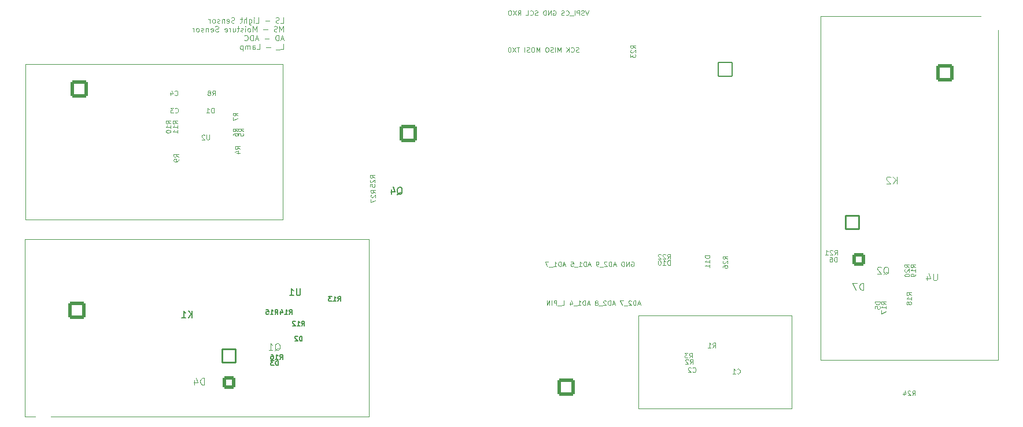
<source format=gbo>
%TF.GenerationSoftware,KiCad,Pcbnew,9.0.7-9.0.7~ubuntu24.04.1*%
%TF.CreationDate,2026-02-15T23:13:21-05:00*%
%TF.ProjectId,plantPartner_PCB1.0,706c616e-7450-4617-9274-6e65725f5043,rev?*%
%TF.SameCoordinates,Original*%
%TF.FileFunction,Legend,Bot*%
%TF.FilePolarity,Positive*%
%FSLAX46Y46*%
G04 Gerber Fmt 4.6, Leading zero omitted, Abs format (unit mm)*
G04 Created by KiCad (PCBNEW 9.0.7-9.0.7~ubuntu24.04.1) date 2026-02-15 23:13:21*
%MOMM*%
%LPD*%
G01*
G04 APERTURE LIST*
G04 Aperture macros list*
%AMRoundRect*
0 Rectangle with rounded corners*
0 $1 Rounding radius*
0 $2 $3 $4 $5 $6 $7 $8 $9 X,Y pos of 4 corners*
0 Add a 4 corners polygon primitive as box body*
4,1,4,$2,$3,$4,$5,$6,$7,$8,$9,$2,$3,0*
0 Add four circle primitives for the rounded corners*
1,1,$1+$1,$2,$3*
1,1,$1+$1,$4,$5*
1,1,$1+$1,$6,$7*
1,1,$1+$1,$8,$9*
0 Add four rect primitives between the rounded corners*
20,1,$1+$1,$2,$3,$4,$5,0*
20,1,$1+$1,$4,$5,$6,$7,0*
20,1,$1+$1,$6,$7,$8,$9,0*
20,1,$1+$1,$8,$9,$2,$3,0*%
G04 Aperture macros list end*
%ADD10C,0.100000*%
%ADD11C,0.087500*%
%ADD12C,0.140000*%
%ADD13C,0.150000*%
%ADD14R,1.700000X1.700000*%
%ADD15C,1.700000*%
%ADD16RoundRect,0.250000X1.050000X1.050000X-1.050000X1.050000X-1.050000X-1.050000X1.050000X-1.050000X0*%
%ADD17C,2.600000*%
%ADD18C,3.200000*%
%ADD19RoundRect,0.250000X-1.050000X1.050000X-1.050000X-1.050000X1.050000X-1.050000X1.050000X1.050000X0*%
%ADD20RoundRect,0.250000X0.650000X0.650000X-0.650000X0.650000X-0.650000X-0.650000X0.650000X-0.650000X0*%
%ADD21C,1.800000*%
%ADD22RoundRect,0.102000X0.990000X-0.990000X0.990000X0.990000X-0.990000X0.990000X-0.990000X-0.990000X0*%
%ADD23C,2.184000*%
%ADD24C,2.139000*%
%ADD25RoundRect,0.250000X-1.050000X-1.050000X1.050000X-1.050000X1.050000X1.050000X-1.050000X1.050000X0*%
%ADD26C,3.000000*%
%ADD27RoundRect,0.102000X-1.000000X1.000000X-1.000000X-1.000000X1.000000X-1.000000X1.000000X1.000000X0*%
%ADD28C,2.204000*%
%ADD29RoundRect,0.250000X-0.650000X0.650000X-0.650000X-0.650000X0.650000X-0.650000X0.650000X0.650000X0*%
%ADD30RoundRect,0.102000X0.990000X0.990000X-0.990000X0.990000X-0.990000X-0.990000X0.990000X-0.990000X0*%
%ADD31R,1.300000X1.300000*%
%ADD32C,1.300000*%
%ADD33R,4.600000X2.000000*%
%ADD34O,4.200000X2.000000*%
%ADD35O,2.000000X4.200000*%
G04 APERTURE END LIST*
D10*
X65755000Y-62150000D02*
X103355000Y-62150000D01*
X103355000Y-84950000D01*
X65755000Y-84950000D01*
X65755000Y-62150000D01*
X155500000Y-99000000D02*
X177900000Y-99000000D01*
X177900000Y-112600000D01*
X155500000Y-112600000D01*
X155500000Y-99000000D01*
X182150000Y-55110000D02*
X208150000Y-55110000D01*
X208150000Y-105510000D01*
X182150000Y-105510000D01*
X182150000Y-55110000D01*
X65605000Y-87800000D02*
X116005000Y-87800000D01*
X116005000Y-113800000D01*
X65605000Y-113800000D01*
X65605000Y-87800000D01*
D11*
X93275768Y-69309783D02*
X93275768Y-68609783D01*
X93275768Y-68609783D02*
X93109101Y-68609783D01*
X93109101Y-68609783D02*
X93009101Y-68643116D01*
X93009101Y-68643116D02*
X92942435Y-68709783D01*
X92942435Y-68709783D02*
X92909101Y-68776450D01*
X92909101Y-68776450D02*
X92875768Y-68909783D01*
X92875768Y-68909783D02*
X92875768Y-69009783D01*
X92875768Y-69009783D02*
X92909101Y-69143116D01*
X92909101Y-69143116D02*
X92942435Y-69209783D01*
X92942435Y-69209783D02*
X93009101Y-69276450D01*
X93009101Y-69276450D02*
X93109101Y-69309783D01*
X93109101Y-69309783D02*
X93275768Y-69309783D01*
X92209101Y-69309783D02*
X92609101Y-69309783D01*
X92409101Y-69309783D02*
X92409101Y-68609783D01*
X92409101Y-68609783D02*
X92475768Y-68709783D01*
X92475768Y-68709783D02*
X92542435Y-68776450D01*
X92542435Y-68776450D02*
X92609101Y-68809783D01*
X163416666Y-107252616D02*
X163449999Y-107285950D01*
X163449999Y-107285950D02*
X163549999Y-107319283D01*
X163549999Y-107319283D02*
X163616666Y-107319283D01*
X163616666Y-107319283D02*
X163716666Y-107285950D01*
X163716666Y-107285950D02*
X163783333Y-107219283D01*
X163783333Y-107219283D02*
X163816666Y-107152616D01*
X163816666Y-107152616D02*
X163849999Y-107019283D01*
X163849999Y-107019283D02*
X163849999Y-106919283D01*
X163849999Y-106919283D02*
X163816666Y-106785950D01*
X163816666Y-106785950D02*
X163783333Y-106719283D01*
X163783333Y-106719283D02*
X163716666Y-106652616D01*
X163716666Y-106652616D02*
X163616666Y-106619283D01*
X163616666Y-106619283D02*
X163549999Y-106619283D01*
X163549999Y-106619283D02*
X163449999Y-106652616D01*
X163449999Y-106652616D02*
X163416666Y-106685950D01*
X163149999Y-106685950D02*
X163116666Y-106652616D01*
X163116666Y-106652616D02*
X163049999Y-106619283D01*
X163049999Y-106619283D02*
X162883333Y-106619283D01*
X162883333Y-106619283D02*
X162816666Y-106652616D01*
X162816666Y-106652616D02*
X162783333Y-106685950D01*
X162783333Y-106685950D02*
X162749999Y-106752616D01*
X162749999Y-106752616D02*
X162749999Y-106819283D01*
X162749999Y-106819283D02*
X162783333Y-106919283D01*
X162783333Y-106919283D02*
X163183333Y-107319283D01*
X163183333Y-107319283D02*
X162749999Y-107319283D01*
X168509783Y-90724231D02*
X168176450Y-90490898D01*
X168509783Y-90324231D02*
X167809783Y-90324231D01*
X167809783Y-90324231D02*
X167809783Y-90590898D01*
X167809783Y-90590898D02*
X167843116Y-90657565D01*
X167843116Y-90657565D02*
X167876450Y-90690898D01*
X167876450Y-90690898D02*
X167943116Y-90724231D01*
X167943116Y-90724231D02*
X168043116Y-90724231D01*
X168043116Y-90724231D02*
X168109783Y-90690898D01*
X168109783Y-90690898D02*
X168143116Y-90657565D01*
X168143116Y-90657565D02*
X168176450Y-90590898D01*
X168176450Y-90590898D02*
X168176450Y-90324231D01*
X167876450Y-90990898D02*
X167843116Y-91024231D01*
X167843116Y-91024231D02*
X167809783Y-91090898D01*
X167809783Y-91090898D02*
X167809783Y-91257565D01*
X167809783Y-91257565D02*
X167843116Y-91324231D01*
X167843116Y-91324231D02*
X167876450Y-91357565D01*
X167876450Y-91357565D02*
X167943116Y-91390898D01*
X167943116Y-91390898D02*
X168009783Y-91390898D01*
X168009783Y-91390898D02*
X168109783Y-91357565D01*
X168109783Y-91357565D02*
X168509783Y-90957565D01*
X168509783Y-90957565D02*
X168509783Y-91390898D01*
X167809783Y-91990898D02*
X167809783Y-91857565D01*
X167809783Y-91857565D02*
X167843116Y-91790898D01*
X167843116Y-91790898D02*
X167876450Y-91757565D01*
X167876450Y-91757565D02*
X167976450Y-91690898D01*
X167976450Y-91690898D02*
X168109783Y-91657565D01*
X168109783Y-91657565D02*
X168376450Y-91657565D01*
X168376450Y-91657565D02*
X168443116Y-91690898D01*
X168443116Y-91690898D02*
X168476450Y-91724232D01*
X168476450Y-91724232D02*
X168509783Y-91790898D01*
X168509783Y-91790898D02*
X168509783Y-91924232D01*
X168509783Y-91924232D02*
X168476450Y-91990898D01*
X168476450Y-91990898D02*
X168443116Y-92024232D01*
X168443116Y-92024232D02*
X168376450Y-92057565D01*
X168376450Y-92057565D02*
X168209783Y-92057565D01*
X168209783Y-92057565D02*
X168143116Y-92024232D01*
X168143116Y-92024232D02*
X168109783Y-91990898D01*
X168109783Y-91990898D02*
X168076450Y-91924232D01*
X168076450Y-91924232D02*
X168076450Y-91790898D01*
X168076450Y-91790898D02*
X168109783Y-91724232D01*
X168109783Y-91724232D02*
X168143116Y-91690898D01*
X168143116Y-91690898D02*
X168209783Y-91657565D01*
D10*
X199196115Y-92872419D02*
X199196115Y-93681942D01*
X199196115Y-93681942D02*
X199148496Y-93777180D01*
X199148496Y-93777180D02*
X199100877Y-93824800D01*
X199100877Y-93824800D02*
X199005639Y-93872419D01*
X199005639Y-93872419D02*
X198815163Y-93872419D01*
X198815163Y-93872419D02*
X198719925Y-93824800D01*
X198719925Y-93824800D02*
X198672306Y-93777180D01*
X198672306Y-93777180D02*
X198624687Y-93681942D01*
X198624687Y-93681942D02*
X198624687Y-92872419D01*
X197719925Y-93205752D02*
X197719925Y-93872419D01*
X197958020Y-92824800D02*
X198196115Y-93539085D01*
X198196115Y-93539085D02*
X197577068Y-93539085D01*
X191329449Y-92967657D02*
X191424687Y-92920038D01*
X191424687Y-92920038D02*
X191519925Y-92824800D01*
X191519925Y-92824800D02*
X191662782Y-92681942D01*
X191662782Y-92681942D02*
X191758020Y-92634323D01*
X191758020Y-92634323D02*
X191853258Y-92634323D01*
X191805639Y-92872419D02*
X191900877Y-92824800D01*
X191900877Y-92824800D02*
X191996115Y-92729561D01*
X191996115Y-92729561D02*
X192043734Y-92539085D01*
X192043734Y-92539085D02*
X192043734Y-92205752D01*
X192043734Y-92205752D02*
X191996115Y-92015276D01*
X191996115Y-92015276D02*
X191900877Y-91920038D01*
X191900877Y-91920038D02*
X191805639Y-91872419D01*
X191805639Y-91872419D02*
X191615163Y-91872419D01*
X191615163Y-91872419D02*
X191519925Y-91920038D01*
X191519925Y-91920038D02*
X191424687Y-92015276D01*
X191424687Y-92015276D02*
X191377068Y-92205752D01*
X191377068Y-92205752D02*
X191377068Y-92539085D01*
X191377068Y-92539085D02*
X191424687Y-92729561D01*
X191424687Y-92729561D02*
X191519925Y-92824800D01*
X191519925Y-92824800D02*
X191615163Y-92872419D01*
X191615163Y-92872419D02*
X191805639Y-92872419D01*
X190996115Y-91967657D02*
X190948496Y-91920038D01*
X190948496Y-91920038D02*
X190853258Y-91872419D01*
X190853258Y-91872419D02*
X190615163Y-91872419D01*
X190615163Y-91872419D02*
X190519925Y-91920038D01*
X190519925Y-91920038D02*
X190472306Y-91967657D01*
X190472306Y-91967657D02*
X190424687Y-92062895D01*
X190424687Y-92062895D02*
X190424687Y-92158133D01*
X190424687Y-92158133D02*
X190472306Y-92300990D01*
X190472306Y-92300990D02*
X191043734Y-92872419D01*
X191043734Y-92872419D02*
X190424687Y-92872419D01*
D11*
X184516666Y-91119283D02*
X184516666Y-90419283D01*
X184516666Y-90419283D02*
X184349999Y-90419283D01*
X184349999Y-90419283D02*
X184249999Y-90452616D01*
X184249999Y-90452616D02*
X184183333Y-90519283D01*
X184183333Y-90519283D02*
X184149999Y-90585950D01*
X184149999Y-90585950D02*
X184116666Y-90719283D01*
X184116666Y-90719283D02*
X184116666Y-90819283D01*
X184116666Y-90819283D02*
X184149999Y-90952616D01*
X184149999Y-90952616D02*
X184183333Y-91019283D01*
X184183333Y-91019283D02*
X184249999Y-91085950D01*
X184249999Y-91085950D02*
X184349999Y-91119283D01*
X184349999Y-91119283D02*
X184516666Y-91119283D01*
X183516666Y-90419283D02*
X183649999Y-90419283D01*
X183649999Y-90419283D02*
X183716666Y-90452616D01*
X183716666Y-90452616D02*
X183749999Y-90485950D01*
X183749999Y-90485950D02*
X183816666Y-90585950D01*
X183816666Y-90585950D02*
X183849999Y-90719283D01*
X183849999Y-90719283D02*
X183849999Y-90985950D01*
X183849999Y-90985950D02*
X183816666Y-91052616D01*
X183816666Y-91052616D02*
X183783333Y-91085950D01*
X183783333Y-91085950D02*
X183716666Y-91119283D01*
X183716666Y-91119283D02*
X183583333Y-91119283D01*
X183583333Y-91119283D02*
X183516666Y-91085950D01*
X183516666Y-91085950D02*
X183483333Y-91052616D01*
X183483333Y-91052616D02*
X183449999Y-90985950D01*
X183449999Y-90985950D02*
X183449999Y-90819283D01*
X183449999Y-90819283D02*
X183483333Y-90752616D01*
X183483333Y-90752616D02*
X183516666Y-90719283D01*
X183516666Y-90719283D02*
X183583333Y-90685950D01*
X183583333Y-90685950D02*
X183716666Y-90685950D01*
X183716666Y-90685950D02*
X183783333Y-90719283D01*
X183783333Y-90719283D02*
X183816666Y-90752616D01*
X183816666Y-90752616D02*
X183849999Y-90819283D01*
X155709101Y-97309783D02*
X155375768Y-97309783D01*
X155775768Y-97509783D02*
X155542435Y-96809783D01*
X155542435Y-96809783D02*
X155309101Y-97509783D01*
X155075768Y-97509783D02*
X155075768Y-96809783D01*
X155075768Y-96809783D02*
X154909101Y-96809783D01*
X154909101Y-96809783D02*
X154809101Y-96843116D01*
X154809101Y-96843116D02*
X154742435Y-96909783D01*
X154742435Y-96909783D02*
X154709101Y-96976450D01*
X154709101Y-96976450D02*
X154675768Y-97109783D01*
X154675768Y-97109783D02*
X154675768Y-97209783D01*
X154675768Y-97209783D02*
X154709101Y-97343116D01*
X154709101Y-97343116D02*
X154742435Y-97409783D01*
X154742435Y-97409783D02*
X154809101Y-97476450D01*
X154809101Y-97476450D02*
X154909101Y-97509783D01*
X154909101Y-97509783D02*
X155075768Y-97509783D01*
X154409101Y-96876450D02*
X154375768Y-96843116D01*
X154375768Y-96843116D02*
X154309101Y-96809783D01*
X154309101Y-96809783D02*
X154142435Y-96809783D01*
X154142435Y-96809783D02*
X154075768Y-96843116D01*
X154075768Y-96843116D02*
X154042435Y-96876450D01*
X154042435Y-96876450D02*
X154009101Y-96943116D01*
X154009101Y-96943116D02*
X154009101Y-97009783D01*
X154009101Y-97009783D02*
X154042435Y-97109783D01*
X154042435Y-97109783D02*
X154442435Y-97509783D01*
X154442435Y-97509783D02*
X154009101Y-97509783D01*
X153875768Y-97576450D02*
X153342434Y-97576450D01*
X153242435Y-96809783D02*
X152775768Y-96809783D01*
X152775768Y-96809783D02*
X153075768Y-97509783D01*
X152009101Y-97309783D02*
X151675768Y-97309783D01*
X152075768Y-97509783D02*
X151842435Y-96809783D01*
X151842435Y-96809783D02*
X151609101Y-97509783D01*
X151375768Y-97509783D02*
X151375768Y-96809783D01*
X151375768Y-96809783D02*
X151209101Y-96809783D01*
X151209101Y-96809783D02*
X151109101Y-96843116D01*
X151109101Y-96843116D02*
X151042435Y-96909783D01*
X151042435Y-96909783D02*
X151009101Y-96976450D01*
X151009101Y-96976450D02*
X150975768Y-97109783D01*
X150975768Y-97109783D02*
X150975768Y-97209783D01*
X150975768Y-97209783D02*
X151009101Y-97343116D01*
X151009101Y-97343116D02*
X151042435Y-97409783D01*
X151042435Y-97409783D02*
X151109101Y-97476450D01*
X151109101Y-97476450D02*
X151209101Y-97509783D01*
X151209101Y-97509783D02*
X151375768Y-97509783D01*
X150709101Y-96876450D02*
X150675768Y-96843116D01*
X150675768Y-96843116D02*
X150609101Y-96809783D01*
X150609101Y-96809783D02*
X150442435Y-96809783D01*
X150442435Y-96809783D02*
X150375768Y-96843116D01*
X150375768Y-96843116D02*
X150342435Y-96876450D01*
X150342435Y-96876450D02*
X150309101Y-96943116D01*
X150309101Y-96943116D02*
X150309101Y-97009783D01*
X150309101Y-97009783D02*
X150342435Y-97109783D01*
X150342435Y-97109783D02*
X150742435Y-97509783D01*
X150742435Y-97509783D02*
X150309101Y-97509783D01*
X150175768Y-97576450D02*
X149642434Y-97576450D01*
X149375768Y-97109783D02*
X149442435Y-97076450D01*
X149442435Y-97076450D02*
X149475768Y-97043116D01*
X149475768Y-97043116D02*
X149509101Y-96976450D01*
X149509101Y-96976450D02*
X149509101Y-96943116D01*
X149509101Y-96943116D02*
X149475768Y-96876450D01*
X149475768Y-96876450D02*
X149442435Y-96843116D01*
X149442435Y-96843116D02*
X149375768Y-96809783D01*
X149375768Y-96809783D02*
X149242435Y-96809783D01*
X149242435Y-96809783D02*
X149175768Y-96843116D01*
X149175768Y-96843116D02*
X149142435Y-96876450D01*
X149142435Y-96876450D02*
X149109101Y-96943116D01*
X149109101Y-96943116D02*
X149109101Y-96976450D01*
X149109101Y-96976450D02*
X149142435Y-97043116D01*
X149142435Y-97043116D02*
X149175768Y-97076450D01*
X149175768Y-97076450D02*
X149242435Y-97109783D01*
X149242435Y-97109783D02*
X149375768Y-97109783D01*
X149375768Y-97109783D02*
X149442435Y-97143116D01*
X149442435Y-97143116D02*
X149475768Y-97176450D01*
X149475768Y-97176450D02*
X149509101Y-97243116D01*
X149509101Y-97243116D02*
X149509101Y-97376450D01*
X149509101Y-97376450D02*
X149475768Y-97443116D01*
X149475768Y-97443116D02*
X149442435Y-97476450D01*
X149442435Y-97476450D02*
X149375768Y-97509783D01*
X149375768Y-97509783D02*
X149242435Y-97509783D01*
X149242435Y-97509783D02*
X149175768Y-97476450D01*
X149175768Y-97476450D02*
X149142435Y-97443116D01*
X149142435Y-97443116D02*
X149109101Y-97376450D01*
X149109101Y-97376450D02*
X149109101Y-97243116D01*
X149109101Y-97243116D02*
X149142435Y-97176450D01*
X149142435Y-97176450D02*
X149175768Y-97143116D01*
X149175768Y-97143116D02*
X149242435Y-97109783D01*
X148309101Y-97309783D02*
X147975768Y-97309783D01*
X148375768Y-97509783D02*
X148142435Y-96809783D01*
X148142435Y-96809783D02*
X147909101Y-97509783D01*
X147675768Y-97509783D02*
X147675768Y-96809783D01*
X147675768Y-96809783D02*
X147509101Y-96809783D01*
X147509101Y-96809783D02*
X147409101Y-96843116D01*
X147409101Y-96843116D02*
X147342435Y-96909783D01*
X147342435Y-96909783D02*
X147309101Y-96976450D01*
X147309101Y-96976450D02*
X147275768Y-97109783D01*
X147275768Y-97109783D02*
X147275768Y-97209783D01*
X147275768Y-97209783D02*
X147309101Y-97343116D01*
X147309101Y-97343116D02*
X147342435Y-97409783D01*
X147342435Y-97409783D02*
X147409101Y-97476450D01*
X147409101Y-97476450D02*
X147509101Y-97509783D01*
X147509101Y-97509783D02*
X147675768Y-97509783D01*
X146609101Y-97509783D02*
X147009101Y-97509783D01*
X146809101Y-97509783D02*
X146809101Y-96809783D01*
X146809101Y-96809783D02*
X146875768Y-96909783D01*
X146875768Y-96909783D02*
X146942435Y-96976450D01*
X146942435Y-96976450D02*
X147009101Y-97009783D01*
X146475768Y-97576450D02*
X145942434Y-97576450D01*
X145475768Y-97043116D02*
X145475768Y-97509783D01*
X145642435Y-96776450D02*
X145809101Y-97276450D01*
X145809101Y-97276450D02*
X145375768Y-97276450D01*
X144242435Y-97509783D02*
X144575768Y-97509783D01*
X144575768Y-97509783D02*
X144575768Y-96809783D01*
X144175768Y-97576450D02*
X143642434Y-97576450D01*
X143475768Y-97509783D02*
X143475768Y-96809783D01*
X143475768Y-96809783D02*
X143209101Y-96809783D01*
X143209101Y-96809783D02*
X143142435Y-96843116D01*
X143142435Y-96843116D02*
X143109101Y-96876450D01*
X143109101Y-96876450D02*
X143075768Y-96943116D01*
X143075768Y-96943116D02*
X143075768Y-97043116D01*
X143075768Y-97043116D02*
X143109101Y-97109783D01*
X143109101Y-97109783D02*
X143142435Y-97143116D01*
X143142435Y-97143116D02*
X143209101Y-97176450D01*
X143209101Y-97176450D02*
X143475768Y-97176450D01*
X142775768Y-97509783D02*
X142775768Y-96809783D01*
X142442435Y-97509783D02*
X142442435Y-96809783D01*
X142442435Y-96809783D02*
X142042435Y-97509783D01*
X142042435Y-97509783D02*
X142042435Y-96809783D01*
X87625768Y-69243116D02*
X87659101Y-69276450D01*
X87659101Y-69276450D02*
X87759101Y-69309783D01*
X87759101Y-69309783D02*
X87825768Y-69309783D01*
X87825768Y-69309783D02*
X87925768Y-69276450D01*
X87925768Y-69276450D02*
X87992435Y-69209783D01*
X87992435Y-69209783D02*
X88025768Y-69143116D01*
X88025768Y-69143116D02*
X88059101Y-69009783D01*
X88059101Y-69009783D02*
X88059101Y-68909783D01*
X88059101Y-68909783D02*
X88025768Y-68776450D01*
X88025768Y-68776450D02*
X87992435Y-68709783D01*
X87992435Y-68709783D02*
X87925768Y-68643116D01*
X87925768Y-68643116D02*
X87825768Y-68609783D01*
X87825768Y-68609783D02*
X87759101Y-68609783D01*
X87759101Y-68609783D02*
X87659101Y-68643116D01*
X87659101Y-68643116D02*
X87625768Y-68676450D01*
X87392435Y-68609783D02*
X86959101Y-68609783D01*
X86959101Y-68609783D02*
X87192435Y-68876450D01*
X87192435Y-68876450D02*
X87092435Y-68876450D01*
X87092435Y-68876450D02*
X87025768Y-68909783D01*
X87025768Y-68909783D02*
X86992435Y-68943116D01*
X86992435Y-68943116D02*
X86959101Y-69009783D01*
X86959101Y-69009783D02*
X86959101Y-69176450D01*
X86959101Y-69176450D02*
X86992435Y-69243116D01*
X86992435Y-69243116D02*
X87025768Y-69276450D01*
X87025768Y-69276450D02*
X87092435Y-69309783D01*
X87092435Y-69309783D02*
X87292435Y-69309783D01*
X87292435Y-69309783D02*
X87359101Y-69276450D01*
X87359101Y-69276450D02*
X87392435Y-69243116D01*
X166316666Y-103719283D02*
X166549999Y-103385950D01*
X166716666Y-103719283D02*
X166716666Y-103019283D01*
X166716666Y-103019283D02*
X166449999Y-103019283D01*
X166449999Y-103019283D02*
X166383333Y-103052616D01*
X166383333Y-103052616D02*
X166349999Y-103085950D01*
X166349999Y-103085950D02*
X166316666Y-103152616D01*
X166316666Y-103152616D02*
X166316666Y-103252616D01*
X166316666Y-103252616D02*
X166349999Y-103319283D01*
X166349999Y-103319283D02*
X166383333Y-103352616D01*
X166383333Y-103352616D02*
X166449999Y-103385950D01*
X166449999Y-103385950D02*
X166716666Y-103385950D01*
X165649999Y-103719283D02*
X166049999Y-103719283D01*
X165849999Y-103719283D02*
X165849999Y-103019283D01*
X165849999Y-103019283D02*
X165916666Y-103119283D01*
X165916666Y-103119283D02*
X165983333Y-103185950D01*
X165983333Y-103185950D02*
X166049999Y-103219283D01*
X165909783Y-90224231D02*
X165209783Y-90224231D01*
X165209783Y-90224231D02*
X165209783Y-90390898D01*
X165209783Y-90390898D02*
X165243116Y-90490898D01*
X165243116Y-90490898D02*
X165309783Y-90557565D01*
X165309783Y-90557565D02*
X165376450Y-90590898D01*
X165376450Y-90590898D02*
X165509783Y-90624231D01*
X165509783Y-90624231D02*
X165609783Y-90624231D01*
X165609783Y-90624231D02*
X165743116Y-90590898D01*
X165743116Y-90590898D02*
X165809783Y-90557565D01*
X165809783Y-90557565D02*
X165876450Y-90490898D01*
X165876450Y-90490898D02*
X165909783Y-90390898D01*
X165909783Y-90390898D02*
X165909783Y-90224231D01*
X165909783Y-91290898D02*
X165909783Y-90890898D01*
X165909783Y-91090898D02*
X165209783Y-91090898D01*
X165209783Y-91090898D02*
X165309783Y-91024231D01*
X165309783Y-91024231D02*
X165376450Y-90957565D01*
X165376450Y-90957565D02*
X165409783Y-90890898D01*
X165909783Y-91957565D02*
X165909783Y-91557565D01*
X165909783Y-91757565D02*
X165209783Y-91757565D01*
X165209783Y-91757565D02*
X165309783Y-91690898D01*
X165309783Y-91690898D02*
X165376450Y-91624232D01*
X165376450Y-91624232D02*
X165409783Y-91557565D01*
X184150000Y-90119283D02*
X184383333Y-89785950D01*
X184550000Y-90119283D02*
X184550000Y-89419283D01*
X184550000Y-89419283D02*
X184283333Y-89419283D01*
X184283333Y-89419283D02*
X184216667Y-89452616D01*
X184216667Y-89452616D02*
X184183333Y-89485950D01*
X184183333Y-89485950D02*
X184150000Y-89552616D01*
X184150000Y-89552616D02*
X184150000Y-89652616D01*
X184150000Y-89652616D02*
X184183333Y-89719283D01*
X184183333Y-89719283D02*
X184216667Y-89752616D01*
X184216667Y-89752616D02*
X184283333Y-89785950D01*
X184283333Y-89785950D02*
X184550000Y-89785950D01*
X183883333Y-89485950D02*
X183850000Y-89452616D01*
X183850000Y-89452616D02*
X183783333Y-89419283D01*
X183783333Y-89419283D02*
X183616667Y-89419283D01*
X183616667Y-89419283D02*
X183550000Y-89452616D01*
X183550000Y-89452616D02*
X183516667Y-89485950D01*
X183516667Y-89485950D02*
X183483333Y-89552616D01*
X183483333Y-89552616D02*
X183483333Y-89619283D01*
X183483333Y-89619283D02*
X183516667Y-89719283D01*
X183516667Y-89719283D02*
X183916667Y-90119283D01*
X183916667Y-90119283D02*
X183483333Y-90119283D01*
X182816666Y-90119283D02*
X183216666Y-90119283D01*
X183016666Y-90119283D02*
X183016666Y-89419283D01*
X183016666Y-89419283D02*
X183083333Y-89519283D01*
X183083333Y-89519283D02*
X183150000Y-89585950D01*
X183150000Y-89585950D02*
X183216666Y-89619283D01*
X159675768Y-90709783D02*
X159909101Y-90376450D01*
X160075768Y-90709783D02*
X160075768Y-90009783D01*
X160075768Y-90009783D02*
X159809101Y-90009783D01*
X159809101Y-90009783D02*
X159742435Y-90043116D01*
X159742435Y-90043116D02*
X159709101Y-90076450D01*
X159709101Y-90076450D02*
X159675768Y-90143116D01*
X159675768Y-90143116D02*
X159675768Y-90243116D01*
X159675768Y-90243116D02*
X159709101Y-90309783D01*
X159709101Y-90309783D02*
X159742435Y-90343116D01*
X159742435Y-90343116D02*
X159809101Y-90376450D01*
X159809101Y-90376450D02*
X160075768Y-90376450D01*
X159409101Y-90076450D02*
X159375768Y-90043116D01*
X159375768Y-90043116D02*
X159309101Y-90009783D01*
X159309101Y-90009783D02*
X159142435Y-90009783D01*
X159142435Y-90009783D02*
X159075768Y-90043116D01*
X159075768Y-90043116D02*
X159042435Y-90076450D01*
X159042435Y-90076450D02*
X159009101Y-90143116D01*
X159009101Y-90143116D02*
X159009101Y-90209783D01*
X159009101Y-90209783D02*
X159042435Y-90309783D01*
X159042435Y-90309783D02*
X159442435Y-90709783D01*
X159442435Y-90709783D02*
X159009101Y-90709783D01*
X158742434Y-90076450D02*
X158709101Y-90043116D01*
X158709101Y-90043116D02*
X158642434Y-90009783D01*
X158642434Y-90009783D02*
X158475768Y-90009783D01*
X158475768Y-90009783D02*
X158409101Y-90043116D01*
X158409101Y-90043116D02*
X158375768Y-90076450D01*
X158375768Y-90076450D02*
X158342434Y-90143116D01*
X158342434Y-90143116D02*
X158342434Y-90209783D01*
X158342434Y-90209783D02*
X158375768Y-90309783D01*
X158375768Y-90309783D02*
X158775768Y-90709783D01*
X158775768Y-90709783D02*
X158342434Y-90709783D01*
X155009783Y-59824231D02*
X154676450Y-59590898D01*
X155009783Y-59424231D02*
X154309783Y-59424231D01*
X154309783Y-59424231D02*
X154309783Y-59690898D01*
X154309783Y-59690898D02*
X154343116Y-59757565D01*
X154343116Y-59757565D02*
X154376450Y-59790898D01*
X154376450Y-59790898D02*
X154443116Y-59824231D01*
X154443116Y-59824231D02*
X154543116Y-59824231D01*
X154543116Y-59824231D02*
X154609783Y-59790898D01*
X154609783Y-59790898D02*
X154643116Y-59757565D01*
X154643116Y-59757565D02*
X154676450Y-59690898D01*
X154676450Y-59690898D02*
X154676450Y-59424231D01*
X154376450Y-60090898D02*
X154343116Y-60124231D01*
X154343116Y-60124231D02*
X154309783Y-60190898D01*
X154309783Y-60190898D02*
X154309783Y-60357565D01*
X154309783Y-60357565D02*
X154343116Y-60424231D01*
X154343116Y-60424231D02*
X154376450Y-60457565D01*
X154376450Y-60457565D02*
X154443116Y-60490898D01*
X154443116Y-60490898D02*
X154509783Y-60490898D01*
X154509783Y-60490898D02*
X154609783Y-60457565D01*
X154609783Y-60457565D02*
X155009783Y-60057565D01*
X155009783Y-60057565D02*
X155009783Y-60490898D01*
X154309783Y-60724232D02*
X154309783Y-61157565D01*
X154309783Y-61157565D02*
X154576450Y-60924232D01*
X154576450Y-60924232D02*
X154576450Y-61024232D01*
X154576450Y-61024232D02*
X154609783Y-61090898D01*
X154609783Y-61090898D02*
X154643116Y-61124232D01*
X154643116Y-61124232D02*
X154709783Y-61157565D01*
X154709783Y-61157565D02*
X154876450Y-61157565D01*
X154876450Y-61157565D02*
X154943116Y-61124232D01*
X154943116Y-61124232D02*
X154976450Y-61090898D01*
X154976450Y-61090898D02*
X155009783Y-61024232D01*
X155009783Y-61024232D02*
X155009783Y-60824232D01*
X155009783Y-60824232D02*
X154976450Y-60757565D01*
X154976450Y-60757565D02*
X154943116Y-60724232D01*
X195119283Y-91949999D02*
X194785950Y-91716666D01*
X195119283Y-91549999D02*
X194419283Y-91549999D01*
X194419283Y-91549999D02*
X194419283Y-91816666D01*
X194419283Y-91816666D02*
X194452616Y-91883333D01*
X194452616Y-91883333D02*
X194485950Y-91916666D01*
X194485950Y-91916666D02*
X194552616Y-91949999D01*
X194552616Y-91949999D02*
X194652616Y-91949999D01*
X194652616Y-91949999D02*
X194719283Y-91916666D01*
X194719283Y-91916666D02*
X194752616Y-91883333D01*
X194752616Y-91883333D02*
X194785950Y-91816666D01*
X194785950Y-91816666D02*
X194785950Y-91549999D01*
X194485950Y-92216666D02*
X194452616Y-92249999D01*
X194452616Y-92249999D02*
X194419283Y-92316666D01*
X194419283Y-92316666D02*
X194419283Y-92483333D01*
X194419283Y-92483333D02*
X194452616Y-92549999D01*
X194452616Y-92549999D02*
X194485950Y-92583333D01*
X194485950Y-92583333D02*
X194552616Y-92616666D01*
X194552616Y-92616666D02*
X194619283Y-92616666D01*
X194619283Y-92616666D02*
X194719283Y-92583333D01*
X194719283Y-92583333D02*
X195119283Y-92183333D01*
X195119283Y-92183333D02*
X195119283Y-92616666D01*
X194419283Y-93050000D02*
X194419283Y-93116666D01*
X194419283Y-93116666D02*
X194452616Y-93183333D01*
X194452616Y-93183333D02*
X194485950Y-93216666D01*
X194485950Y-93216666D02*
X194552616Y-93250000D01*
X194552616Y-93250000D02*
X194685950Y-93283333D01*
X194685950Y-93283333D02*
X194852616Y-93283333D01*
X194852616Y-93283333D02*
X194985950Y-93250000D01*
X194985950Y-93250000D02*
X195052616Y-93216666D01*
X195052616Y-93216666D02*
X195085950Y-93183333D01*
X195085950Y-93183333D02*
X195119283Y-93116666D01*
X195119283Y-93116666D02*
X195119283Y-93050000D01*
X195119283Y-93050000D02*
X195085950Y-92983333D01*
X195085950Y-92983333D02*
X195052616Y-92950000D01*
X195052616Y-92950000D02*
X194985950Y-92916666D01*
X194985950Y-92916666D02*
X194852616Y-92883333D01*
X194852616Y-92883333D02*
X194685950Y-92883333D01*
X194685950Y-92883333D02*
X194552616Y-92916666D01*
X194552616Y-92916666D02*
X194485950Y-92950000D01*
X194485950Y-92950000D02*
X194452616Y-92983333D01*
X194452616Y-92983333D02*
X194419283Y-93050000D01*
X93075768Y-66759783D02*
X93309101Y-66426450D01*
X93475768Y-66759783D02*
X93475768Y-66059783D01*
X93475768Y-66059783D02*
X93209101Y-66059783D01*
X93209101Y-66059783D02*
X93142435Y-66093116D01*
X93142435Y-66093116D02*
X93109101Y-66126450D01*
X93109101Y-66126450D02*
X93075768Y-66193116D01*
X93075768Y-66193116D02*
X93075768Y-66293116D01*
X93075768Y-66293116D02*
X93109101Y-66359783D01*
X93109101Y-66359783D02*
X93142435Y-66393116D01*
X93142435Y-66393116D02*
X93209101Y-66426450D01*
X93209101Y-66426450D02*
X93475768Y-66426450D01*
X92675768Y-66359783D02*
X92742435Y-66326450D01*
X92742435Y-66326450D02*
X92775768Y-66293116D01*
X92775768Y-66293116D02*
X92809101Y-66226450D01*
X92809101Y-66226450D02*
X92809101Y-66193116D01*
X92809101Y-66193116D02*
X92775768Y-66126450D01*
X92775768Y-66126450D02*
X92742435Y-66093116D01*
X92742435Y-66093116D02*
X92675768Y-66059783D01*
X92675768Y-66059783D02*
X92542435Y-66059783D01*
X92542435Y-66059783D02*
X92475768Y-66093116D01*
X92475768Y-66093116D02*
X92442435Y-66126450D01*
X92442435Y-66126450D02*
X92409101Y-66193116D01*
X92409101Y-66193116D02*
X92409101Y-66226450D01*
X92409101Y-66226450D02*
X92442435Y-66293116D01*
X92442435Y-66293116D02*
X92475768Y-66326450D01*
X92475768Y-66326450D02*
X92542435Y-66359783D01*
X92542435Y-66359783D02*
X92675768Y-66359783D01*
X92675768Y-66359783D02*
X92742435Y-66393116D01*
X92742435Y-66393116D02*
X92775768Y-66426450D01*
X92775768Y-66426450D02*
X92809101Y-66493116D01*
X92809101Y-66493116D02*
X92809101Y-66626450D01*
X92809101Y-66626450D02*
X92775768Y-66693116D01*
X92775768Y-66693116D02*
X92742435Y-66726450D01*
X92742435Y-66726450D02*
X92675768Y-66759783D01*
X92675768Y-66759783D02*
X92542435Y-66759783D01*
X92542435Y-66759783D02*
X92475768Y-66726450D01*
X92475768Y-66726450D02*
X92442435Y-66693116D01*
X92442435Y-66693116D02*
X92409101Y-66626450D01*
X92409101Y-66626450D02*
X92409101Y-66493116D01*
X92409101Y-66493116D02*
X92442435Y-66426450D01*
X92442435Y-66426450D02*
X92475768Y-66393116D01*
X92475768Y-66393116D02*
X92542435Y-66359783D01*
D10*
X102229449Y-104167657D02*
X102324687Y-104120038D01*
X102324687Y-104120038D02*
X102419925Y-104024800D01*
X102419925Y-104024800D02*
X102562782Y-103881942D01*
X102562782Y-103881942D02*
X102658020Y-103834323D01*
X102658020Y-103834323D02*
X102753258Y-103834323D01*
X102705639Y-104072419D02*
X102800877Y-104024800D01*
X102800877Y-104024800D02*
X102896115Y-103929561D01*
X102896115Y-103929561D02*
X102943734Y-103739085D01*
X102943734Y-103739085D02*
X102943734Y-103405752D01*
X102943734Y-103405752D02*
X102896115Y-103215276D01*
X102896115Y-103215276D02*
X102800877Y-103120038D01*
X102800877Y-103120038D02*
X102705639Y-103072419D01*
X102705639Y-103072419D02*
X102515163Y-103072419D01*
X102515163Y-103072419D02*
X102419925Y-103120038D01*
X102419925Y-103120038D02*
X102324687Y-103215276D01*
X102324687Y-103215276D02*
X102277068Y-103405752D01*
X102277068Y-103405752D02*
X102277068Y-103739085D01*
X102277068Y-103739085D02*
X102324687Y-103929561D01*
X102324687Y-103929561D02*
X102419925Y-104024800D01*
X102419925Y-104024800D02*
X102515163Y-104072419D01*
X102515163Y-104072419D02*
X102705639Y-104072419D01*
X101324687Y-104072419D02*
X101896115Y-104072419D01*
X101610401Y-104072419D02*
X101610401Y-103072419D01*
X101610401Y-103072419D02*
X101705639Y-103215276D01*
X101705639Y-103215276D02*
X101800877Y-103310514D01*
X101800877Y-103310514D02*
X101896115Y-103358133D01*
D11*
X195419283Y-96049999D02*
X195085950Y-95816666D01*
X195419283Y-95649999D02*
X194719283Y-95649999D01*
X194719283Y-95649999D02*
X194719283Y-95916666D01*
X194719283Y-95916666D02*
X194752616Y-95983333D01*
X194752616Y-95983333D02*
X194785950Y-96016666D01*
X194785950Y-96016666D02*
X194852616Y-96049999D01*
X194852616Y-96049999D02*
X194952616Y-96049999D01*
X194952616Y-96049999D02*
X195019283Y-96016666D01*
X195019283Y-96016666D02*
X195052616Y-95983333D01*
X195052616Y-95983333D02*
X195085950Y-95916666D01*
X195085950Y-95916666D02*
X195085950Y-95649999D01*
X195419283Y-96716666D02*
X195419283Y-96316666D01*
X195419283Y-96516666D02*
X194719283Y-96516666D01*
X194719283Y-96516666D02*
X194819283Y-96449999D01*
X194819283Y-96449999D02*
X194885950Y-96383333D01*
X194885950Y-96383333D02*
X194919283Y-96316666D01*
X195019283Y-97116666D02*
X194985950Y-97050000D01*
X194985950Y-97050000D02*
X194952616Y-97016666D01*
X194952616Y-97016666D02*
X194885950Y-96983333D01*
X194885950Y-96983333D02*
X194852616Y-96983333D01*
X194852616Y-96983333D02*
X194785950Y-97016666D01*
X194785950Y-97016666D02*
X194752616Y-97050000D01*
X194752616Y-97050000D02*
X194719283Y-97116666D01*
X194719283Y-97116666D02*
X194719283Y-97250000D01*
X194719283Y-97250000D02*
X194752616Y-97316666D01*
X194752616Y-97316666D02*
X194785950Y-97350000D01*
X194785950Y-97350000D02*
X194852616Y-97383333D01*
X194852616Y-97383333D02*
X194885950Y-97383333D01*
X194885950Y-97383333D02*
X194952616Y-97350000D01*
X194952616Y-97350000D02*
X194985950Y-97316666D01*
X194985950Y-97316666D02*
X195019283Y-97250000D01*
X195019283Y-97250000D02*
X195019283Y-97116666D01*
X195019283Y-97116666D02*
X195052616Y-97050000D01*
X195052616Y-97050000D02*
X195085950Y-97016666D01*
X195085950Y-97016666D02*
X195152616Y-96983333D01*
X195152616Y-96983333D02*
X195285950Y-96983333D01*
X195285950Y-96983333D02*
X195352616Y-97016666D01*
X195352616Y-97016666D02*
X195385950Y-97050000D01*
X195385950Y-97050000D02*
X195419283Y-97116666D01*
X195419283Y-97116666D02*
X195419283Y-97250000D01*
X195419283Y-97250000D02*
X195385950Y-97316666D01*
X195385950Y-97316666D02*
X195352616Y-97350000D01*
X195352616Y-97350000D02*
X195285950Y-97383333D01*
X195285950Y-97383333D02*
X195152616Y-97383333D01*
X195152616Y-97383333D02*
X195085950Y-97350000D01*
X195085950Y-97350000D02*
X195052616Y-97316666D01*
X195052616Y-97316666D02*
X195019283Y-97250000D01*
X116869283Y-78849999D02*
X116535950Y-78616666D01*
X116869283Y-78449999D02*
X116169283Y-78449999D01*
X116169283Y-78449999D02*
X116169283Y-78716666D01*
X116169283Y-78716666D02*
X116202616Y-78783333D01*
X116202616Y-78783333D02*
X116235950Y-78816666D01*
X116235950Y-78816666D02*
X116302616Y-78849999D01*
X116302616Y-78849999D02*
X116402616Y-78849999D01*
X116402616Y-78849999D02*
X116469283Y-78816666D01*
X116469283Y-78816666D02*
X116502616Y-78783333D01*
X116502616Y-78783333D02*
X116535950Y-78716666D01*
X116535950Y-78716666D02*
X116535950Y-78449999D01*
X116235950Y-79116666D02*
X116202616Y-79149999D01*
X116202616Y-79149999D02*
X116169283Y-79216666D01*
X116169283Y-79216666D02*
X116169283Y-79383333D01*
X116169283Y-79383333D02*
X116202616Y-79449999D01*
X116202616Y-79449999D02*
X116235950Y-79483333D01*
X116235950Y-79483333D02*
X116302616Y-79516666D01*
X116302616Y-79516666D02*
X116369283Y-79516666D01*
X116369283Y-79516666D02*
X116469283Y-79483333D01*
X116469283Y-79483333D02*
X116869283Y-79083333D01*
X116869283Y-79083333D02*
X116869283Y-79516666D01*
X116169283Y-80150000D02*
X116169283Y-79816666D01*
X116169283Y-79816666D02*
X116502616Y-79783333D01*
X116502616Y-79783333D02*
X116469283Y-79816666D01*
X116469283Y-79816666D02*
X116435950Y-79883333D01*
X116435950Y-79883333D02*
X116435950Y-80050000D01*
X116435950Y-80050000D02*
X116469283Y-80116666D01*
X116469283Y-80116666D02*
X116502616Y-80150000D01*
X116502616Y-80150000D02*
X116569283Y-80183333D01*
X116569283Y-80183333D02*
X116735950Y-80183333D01*
X116735950Y-80183333D02*
X116802616Y-80150000D01*
X116802616Y-80150000D02*
X116835950Y-80116666D01*
X116835950Y-80116666D02*
X116869283Y-80050000D01*
X116869283Y-80050000D02*
X116869283Y-79883333D01*
X116869283Y-79883333D02*
X116835950Y-79816666D01*
X116835950Y-79816666D02*
X116802616Y-79783333D01*
X160075768Y-91609783D02*
X160075768Y-90909783D01*
X160075768Y-90909783D02*
X159909101Y-90909783D01*
X159909101Y-90909783D02*
X159809101Y-90943116D01*
X159809101Y-90943116D02*
X159742435Y-91009783D01*
X159742435Y-91009783D02*
X159709101Y-91076450D01*
X159709101Y-91076450D02*
X159675768Y-91209783D01*
X159675768Y-91209783D02*
X159675768Y-91309783D01*
X159675768Y-91309783D02*
X159709101Y-91443116D01*
X159709101Y-91443116D02*
X159742435Y-91509783D01*
X159742435Y-91509783D02*
X159809101Y-91576450D01*
X159809101Y-91576450D02*
X159909101Y-91609783D01*
X159909101Y-91609783D02*
X160075768Y-91609783D01*
X159009101Y-91609783D02*
X159409101Y-91609783D01*
X159209101Y-91609783D02*
X159209101Y-90909783D01*
X159209101Y-90909783D02*
X159275768Y-91009783D01*
X159275768Y-91009783D02*
X159342435Y-91076450D01*
X159342435Y-91076450D02*
X159409101Y-91109783D01*
X158575768Y-90909783D02*
X158509101Y-90909783D01*
X158509101Y-90909783D02*
X158442434Y-90943116D01*
X158442434Y-90943116D02*
X158409101Y-90976450D01*
X158409101Y-90976450D02*
X158375768Y-91043116D01*
X158375768Y-91043116D02*
X158342434Y-91176450D01*
X158342434Y-91176450D02*
X158342434Y-91343116D01*
X158342434Y-91343116D02*
X158375768Y-91476450D01*
X158375768Y-91476450D02*
X158409101Y-91543116D01*
X158409101Y-91543116D02*
X158442434Y-91576450D01*
X158442434Y-91576450D02*
X158509101Y-91609783D01*
X158509101Y-91609783D02*
X158575768Y-91609783D01*
X158575768Y-91609783D02*
X158642434Y-91576450D01*
X158642434Y-91576450D02*
X158675768Y-91543116D01*
X158675768Y-91543116D02*
X158709101Y-91476450D01*
X158709101Y-91476450D02*
X158742434Y-91343116D01*
X158742434Y-91343116D02*
X158742434Y-91176450D01*
X158742434Y-91176450D02*
X158709101Y-91043116D01*
X158709101Y-91043116D02*
X158675768Y-90976450D01*
X158675768Y-90976450D02*
X158642434Y-90943116D01*
X158642434Y-90943116D02*
X158575768Y-90909783D01*
X97609783Y-72024231D02*
X97276450Y-71790898D01*
X97609783Y-71624231D02*
X96909783Y-71624231D01*
X96909783Y-71624231D02*
X96909783Y-71890898D01*
X96909783Y-71890898D02*
X96943116Y-71957565D01*
X96943116Y-71957565D02*
X96976450Y-71990898D01*
X96976450Y-71990898D02*
X97043116Y-72024231D01*
X97043116Y-72024231D02*
X97143116Y-72024231D01*
X97143116Y-72024231D02*
X97209783Y-71990898D01*
X97209783Y-71990898D02*
X97243116Y-71957565D01*
X97243116Y-71957565D02*
X97276450Y-71890898D01*
X97276450Y-71890898D02*
X97276450Y-71624231D01*
X96909783Y-72657565D02*
X96909783Y-72324231D01*
X96909783Y-72324231D02*
X97243116Y-72290898D01*
X97243116Y-72290898D02*
X97209783Y-72324231D01*
X97209783Y-72324231D02*
X97176450Y-72390898D01*
X97176450Y-72390898D02*
X97176450Y-72557565D01*
X97176450Y-72557565D02*
X97209783Y-72624231D01*
X97209783Y-72624231D02*
X97243116Y-72657565D01*
X97243116Y-72657565D02*
X97309783Y-72690898D01*
X97309783Y-72690898D02*
X97476450Y-72690898D01*
X97476450Y-72690898D02*
X97543116Y-72657565D01*
X97543116Y-72657565D02*
X97576450Y-72624231D01*
X97576450Y-72624231D02*
X97609783Y-72557565D01*
X97609783Y-72557565D02*
X97609783Y-72390898D01*
X97609783Y-72390898D02*
X97576450Y-72324231D01*
X97576450Y-72324231D02*
X97543116Y-72290898D01*
X195550000Y-110719283D02*
X195783333Y-110385950D01*
X195950000Y-110719283D02*
X195950000Y-110019283D01*
X195950000Y-110019283D02*
X195683333Y-110019283D01*
X195683333Y-110019283D02*
X195616667Y-110052616D01*
X195616667Y-110052616D02*
X195583333Y-110085950D01*
X195583333Y-110085950D02*
X195550000Y-110152616D01*
X195550000Y-110152616D02*
X195550000Y-110252616D01*
X195550000Y-110252616D02*
X195583333Y-110319283D01*
X195583333Y-110319283D02*
X195616667Y-110352616D01*
X195616667Y-110352616D02*
X195683333Y-110385950D01*
X195683333Y-110385950D02*
X195950000Y-110385950D01*
X195283333Y-110085950D02*
X195250000Y-110052616D01*
X195250000Y-110052616D02*
X195183333Y-110019283D01*
X195183333Y-110019283D02*
X195016667Y-110019283D01*
X195016667Y-110019283D02*
X194950000Y-110052616D01*
X194950000Y-110052616D02*
X194916667Y-110085950D01*
X194916667Y-110085950D02*
X194883333Y-110152616D01*
X194883333Y-110152616D02*
X194883333Y-110219283D01*
X194883333Y-110219283D02*
X194916667Y-110319283D01*
X194916667Y-110319283D02*
X195316667Y-110719283D01*
X195316667Y-110719283D02*
X194883333Y-110719283D01*
X194283333Y-110252616D02*
X194283333Y-110719283D01*
X194450000Y-109985950D02*
X194616666Y-110485950D01*
X194616666Y-110485950D02*
X194183333Y-110485950D01*
X163016666Y-106119283D02*
X163249999Y-105785950D01*
X163416666Y-106119283D02*
X163416666Y-105419283D01*
X163416666Y-105419283D02*
X163149999Y-105419283D01*
X163149999Y-105419283D02*
X163083333Y-105452616D01*
X163083333Y-105452616D02*
X163049999Y-105485950D01*
X163049999Y-105485950D02*
X163016666Y-105552616D01*
X163016666Y-105552616D02*
X163016666Y-105652616D01*
X163016666Y-105652616D02*
X163049999Y-105719283D01*
X163049999Y-105719283D02*
X163083333Y-105752616D01*
X163083333Y-105752616D02*
X163149999Y-105785950D01*
X163149999Y-105785950D02*
X163416666Y-105785950D01*
X162749999Y-105485950D02*
X162716666Y-105452616D01*
X162716666Y-105452616D02*
X162649999Y-105419283D01*
X162649999Y-105419283D02*
X162483333Y-105419283D01*
X162483333Y-105419283D02*
X162416666Y-105452616D01*
X162416666Y-105452616D02*
X162383333Y-105485950D01*
X162383333Y-105485950D02*
X162349999Y-105552616D01*
X162349999Y-105552616D02*
X162349999Y-105619283D01*
X162349999Y-105619283D02*
X162383333Y-105719283D01*
X162383333Y-105719283D02*
X162783333Y-106119283D01*
X162783333Y-106119283D02*
X162349999Y-106119283D01*
X169916666Y-107452616D02*
X169949999Y-107485950D01*
X169949999Y-107485950D02*
X170049999Y-107519283D01*
X170049999Y-107519283D02*
X170116666Y-107519283D01*
X170116666Y-107519283D02*
X170216666Y-107485950D01*
X170216666Y-107485950D02*
X170283333Y-107419283D01*
X170283333Y-107419283D02*
X170316666Y-107352616D01*
X170316666Y-107352616D02*
X170349999Y-107219283D01*
X170349999Y-107219283D02*
X170349999Y-107119283D01*
X170349999Y-107119283D02*
X170316666Y-106985950D01*
X170316666Y-106985950D02*
X170283333Y-106919283D01*
X170283333Y-106919283D02*
X170216666Y-106852616D01*
X170216666Y-106852616D02*
X170116666Y-106819283D01*
X170116666Y-106819283D02*
X170049999Y-106819283D01*
X170049999Y-106819283D02*
X169949999Y-106852616D01*
X169949999Y-106852616D02*
X169916666Y-106885950D01*
X169249999Y-107519283D02*
X169649999Y-107519283D01*
X169449999Y-107519283D02*
X169449999Y-106819283D01*
X169449999Y-106819283D02*
X169516666Y-106919283D01*
X169516666Y-106919283D02*
X169583333Y-106985950D01*
X169583333Y-106985950D02*
X169649999Y-107019283D01*
X146709101Y-60376450D02*
X146609101Y-60409783D01*
X146609101Y-60409783D02*
X146442435Y-60409783D01*
X146442435Y-60409783D02*
X146375768Y-60376450D01*
X146375768Y-60376450D02*
X146342435Y-60343116D01*
X146342435Y-60343116D02*
X146309101Y-60276450D01*
X146309101Y-60276450D02*
X146309101Y-60209783D01*
X146309101Y-60209783D02*
X146342435Y-60143116D01*
X146342435Y-60143116D02*
X146375768Y-60109783D01*
X146375768Y-60109783D02*
X146442435Y-60076450D01*
X146442435Y-60076450D02*
X146575768Y-60043116D01*
X146575768Y-60043116D02*
X146642435Y-60009783D01*
X146642435Y-60009783D02*
X146675768Y-59976450D01*
X146675768Y-59976450D02*
X146709101Y-59909783D01*
X146709101Y-59909783D02*
X146709101Y-59843116D01*
X146709101Y-59843116D02*
X146675768Y-59776450D01*
X146675768Y-59776450D02*
X146642435Y-59743116D01*
X146642435Y-59743116D02*
X146575768Y-59709783D01*
X146575768Y-59709783D02*
X146409101Y-59709783D01*
X146409101Y-59709783D02*
X146309101Y-59743116D01*
X145609101Y-60343116D02*
X145642434Y-60376450D01*
X145642434Y-60376450D02*
X145742434Y-60409783D01*
X145742434Y-60409783D02*
X145809101Y-60409783D01*
X145809101Y-60409783D02*
X145909101Y-60376450D01*
X145909101Y-60376450D02*
X145975768Y-60309783D01*
X145975768Y-60309783D02*
X146009101Y-60243116D01*
X146009101Y-60243116D02*
X146042434Y-60109783D01*
X146042434Y-60109783D02*
X146042434Y-60009783D01*
X146042434Y-60009783D02*
X146009101Y-59876450D01*
X146009101Y-59876450D02*
X145975768Y-59809783D01*
X145975768Y-59809783D02*
X145909101Y-59743116D01*
X145909101Y-59743116D02*
X145809101Y-59709783D01*
X145809101Y-59709783D02*
X145742434Y-59709783D01*
X145742434Y-59709783D02*
X145642434Y-59743116D01*
X145642434Y-59743116D02*
X145609101Y-59776450D01*
X145309101Y-60409783D02*
X145309101Y-59709783D01*
X144909101Y-60409783D02*
X145209101Y-60009783D01*
X144909101Y-59709783D02*
X145309101Y-60109783D01*
X144075768Y-60409783D02*
X144075768Y-59709783D01*
X144075768Y-59709783D02*
X143842435Y-60209783D01*
X143842435Y-60209783D02*
X143609101Y-59709783D01*
X143609101Y-59709783D02*
X143609101Y-60409783D01*
X143275768Y-60409783D02*
X143275768Y-59709783D01*
X142975768Y-60376450D02*
X142875768Y-60409783D01*
X142875768Y-60409783D02*
X142709102Y-60409783D01*
X142709102Y-60409783D02*
X142642435Y-60376450D01*
X142642435Y-60376450D02*
X142609102Y-60343116D01*
X142609102Y-60343116D02*
X142575768Y-60276450D01*
X142575768Y-60276450D02*
X142575768Y-60209783D01*
X142575768Y-60209783D02*
X142609102Y-60143116D01*
X142609102Y-60143116D02*
X142642435Y-60109783D01*
X142642435Y-60109783D02*
X142709102Y-60076450D01*
X142709102Y-60076450D02*
X142842435Y-60043116D01*
X142842435Y-60043116D02*
X142909102Y-60009783D01*
X142909102Y-60009783D02*
X142942435Y-59976450D01*
X142942435Y-59976450D02*
X142975768Y-59909783D01*
X142975768Y-59909783D02*
X142975768Y-59843116D01*
X142975768Y-59843116D02*
X142942435Y-59776450D01*
X142942435Y-59776450D02*
X142909102Y-59743116D01*
X142909102Y-59743116D02*
X142842435Y-59709783D01*
X142842435Y-59709783D02*
X142675768Y-59709783D01*
X142675768Y-59709783D02*
X142575768Y-59743116D01*
X142142435Y-59709783D02*
X142009101Y-59709783D01*
X142009101Y-59709783D02*
X141942435Y-59743116D01*
X141942435Y-59743116D02*
X141875768Y-59809783D01*
X141875768Y-59809783D02*
X141842435Y-59943116D01*
X141842435Y-59943116D02*
X141842435Y-60176450D01*
X141842435Y-60176450D02*
X141875768Y-60309783D01*
X141875768Y-60309783D02*
X141942435Y-60376450D01*
X141942435Y-60376450D02*
X142009101Y-60409783D01*
X142009101Y-60409783D02*
X142142435Y-60409783D01*
X142142435Y-60409783D02*
X142209101Y-60376450D01*
X142209101Y-60376450D02*
X142275768Y-60309783D01*
X142275768Y-60309783D02*
X142309101Y-60176450D01*
X142309101Y-60176450D02*
X142309101Y-59943116D01*
X142309101Y-59943116D02*
X142275768Y-59809783D01*
X142275768Y-59809783D02*
X142209101Y-59743116D01*
X142209101Y-59743116D02*
X142142435Y-59709783D01*
X141009102Y-60409783D02*
X141009102Y-59709783D01*
X141009102Y-59709783D02*
X140775769Y-60209783D01*
X140775769Y-60209783D02*
X140542435Y-59709783D01*
X140542435Y-59709783D02*
X140542435Y-60409783D01*
X140075769Y-59709783D02*
X139942435Y-59709783D01*
X139942435Y-59709783D02*
X139875769Y-59743116D01*
X139875769Y-59743116D02*
X139809102Y-59809783D01*
X139809102Y-59809783D02*
X139775769Y-59943116D01*
X139775769Y-59943116D02*
X139775769Y-60176450D01*
X139775769Y-60176450D02*
X139809102Y-60309783D01*
X139809102Y-60309783D02*
X139875769Y-60376450D01*
X139875769Y-60376450D02*
X139942435Y-60409783D01*
X139942435Y-60409783D02*
X140075769Y-60409783D01*
X140075769Y-60409783D02*
X140142435Y-60376450D01*
X140142435Y-60376450D02*
X140209102Y-60309783D01*
X140209102Y-60309783D02*
X140242435Y-60176450D01*
X140242435Y-60176450D02*
X140242435Y-59943116D01*
X140242435Y-59943116D02*
X140209102Y-59809783D01*
X140209102Y-59809783D02*
X140142435Y-59743116D01*
X140142435Y-59743116D02*
X140075769Y-59709783D01*
X139509102Y-60376450D02*
X139409102Y-60409783D01*
X139409102Y-60409783D02*
X139242436Y-60409783D01*
X139242436Y-60409783D02*
X139175769Y-60376450D01*
X139175769Y-60376450D02*
X139142436Y-60343116D01*
X139142436Y-60343116D02*
X139109102Y-60276450D01*
X139109102Y-60276450D02*
X139109102Y-60209783D01*
X139109102Y-60209783D02*
X139142436Y-60143116D01*
X139142436Y-60143116D02*
X139175769Y-60109783D01*
X139175769Y-60109783D02*
X139242436Y-60076450D01*
X139242436Y-60076450D02*
X139375769Y-60043116D01*
X139375769Y-60043116D02*
X139442436Y-60009783D01*
X139442436Y-60009783D02*
X139475769Y-59976450D01*
X139475769Y-59976450D02*
X139509102Y-59909783D01*
X139509102Y-59909783D02*
X139509102Y-59843116D01*
X139509102Y-59843116D02*
X139475769Y-59776450D01*
X139475769Y-59776450D02*
X139442436Y-59743116D01*
X139442436Y-59743116D02*
X139375769Y-59709783D01*
X139375769Y-59709783D02*
X139209102Y-59709783D01*
X139209102Y-59709783D02*
X139109102Y-59743116D01*
X138809102Y-60409783D02*
X138809102Y-59709783D01*
X138042436Y-59709783D02*
X137642436Y-59709783D01*
X137842436Y-60409783D02*
X137842436Y-59709783D01*
X137475770Y-59709783D02*
X137009103Y-60409783D01*
X137009103Y-59709783D02*
X137475770Y-60409783D01*
X136609103Y-59709783D02*
X136542436Y-59709783D01*
X136542436Y-59709783D02*
X136475769Y-59743116D01*
X136475769Y-59743116D02*
X136442436Y-59776450D01*
X136442436Y-59776450D02*
X136409103Y-59843116D01*
X136409103Y-59843116D02*
X136375769Y-59976450D01*
X136375769Y-59976450D02*
X136375769Y-60143116D01*
X136375769Y-60143116D02*
X136409103Y-60276450D01*
X136409103Y-60276450D02*
X136442436Y-60343116D01*
X136442436Y-60343116D02*
X136475769Y-60376450D01*
X136475769Y-60376450D02*
X136542436Y-60409783D01*
X136542436Y-60409783D02*
X136609103Y-60409783D01*
X136609103Y-60409783D02*
X136675769Y-60376450D01*
X136675769Y-60376450D02*
X136709103Y-60343116D01*
X136709103Y-60343116D02*
X136742436Y-60276450D01*
X136742436Y-60276450D02*
X136775769Y-60143116D01*
X136775769Y-60143116D02*
X136775769Y-59976450D01*
X136775769Y-59976450D02*
X136742436Y-59843116D01*
X136742436Y-59843116D02*
X136709103Y-59776450D01*
X136709103Y-59776450D02*
X136675769Y-59743116D01*
X136675769Y-59743116D02*
X136609103Y-59709783D01*
X148175768Y-54309783D02*
X147942435Y-55009783D01*
X147942435Y-55009783D02*
X147709101Y-54309783D01*
X147509101Y-54976450D02*
X147409101Y-55009783D01*
X147409101Y-55009783D02*
X147242435Y-55009783D01*
X147242435Y-55009783D02*
X147175768Y-54976450D01*
X147175768Y-54976450D02*
X147142435Y-54943116D01*
X147142435Y-54943116D02*
X147109101Y-54876450D01*
X147109101Y-54876450D02*
X147109101Y-54809783D01*
X147109101Y-54809783D02*
X147142435Y-54743116D01*
X147142435Y-54743116D02*
X147175768Y-54709783D01*
X147175768Y-54709783D02*
X147242435Y-54676450D01*
X147242435Y-54676450D02*
X147375768Y-54643116D01*
X147375768Y-54643116D02*
X147442435Y-54609783D01*
X147442435Y-54609783D02*
X147475768Y-54576450D01*
X147475768Y-54576450D02*
X147509101Y-54509783D01*
X147509101Y-54509783D02*
X147509101Y-54443116D01*
X147509101Y-54443116D02*
X147475768Y-54376450D01*
X147475768Y-54376450D02*
X147442435Y-54343116D01*
X147442435Y-54343116D02*
X147375768Y-54309783D01*
X147375768Y-54309783D02*
X147209101Y-54309783D01*
X147209101Y-54309783D02*
X147109101Y-54343116D01*
X146809101Y-55009783D02*
X146809101Y-54309783D01*
X146809101Y-54309783D02*
X146542434Y-54309783D01*
X146542434Y-54309783D02*
X146475768Y-54343116D01*
X146475768Y-54343116D02*
X146442434Y-54376450D01*
X146442434Y-54376450D02*
X146409101Y-54443116D01*
X146409101Y-54443116D02*
X146409101Y-54543116D01*
X146409101Y-54543116D02*
X146442434Y-54609783D01*
X146442434Y-54609783D02*
X146475768Y-54643116D01*
X146475768Y-54643116D02*
X146542434Y-54676450D01*
X146542434Y-54676450D02*
X146809101Y-54676450D01*
X146109101Y-55009783D02*
X146109101Y-54309783D01*
X145942435Y-55076450D02*
X145409101Y-55076450D01*
X144842435Y-54943116D02*
X144875768Y-54976450D01*
X144875768Y-54976450D02*
X144975768Y-55009783D01*
X144975768Y-55009783D02*
X145042435Y-55009783D01*
X145042435Y-55009783D02*
X145142435Y-54976450D01*
X145142435Y-54976450D02*
X145209102Y-54909783D01*
X145209102Y-54909783D02*
X145242435Y-54843116D01*
X145242435Y-54843116D02*
X145275768Y-54709783D01*
X145275768Y-54709783D02*
X145275768Y-54609783D01*
X145275768Y-54609783D02*
X145242435Y-54476450D01*
X145242435Y-54476450D02*
X145209102Y-54409783D01*
X145209102Y-54409783D02*
X145142435Y-54343116D01*
X145142435Y-54343116D02*
X145042435Y-54309783D01*
X145042435Y-54309783D02*
X144975768Y-54309783D01*
X144975768Y-54309783D02*
X144875768Y-54343116D01*
X144875768Y-54343116D02*
X144842435Y-54376450D01*
X144575768Y-54976450D02*
X144475768Y-55009783D01*
X144475768Y-55009783D02*
X144309102Y-55009783D01*
X144309102Y-55009783D02*
X144242435Y-54976450D01*
X144242435Y-54976450D02*
X144209102Y-54943116D01*
X144209102Y-54943116D02*
X144175768Y-54876450D01*
X144175768Y-54876450D02*
X144175768Y-54809783D01*
X144175768Y-54809783D02*
X144209102Y-54743116D01*
X144209102Y-54743116D02*
X144242435Y-54709783D01*
X144242435Y-54709783D02*
X144309102Y-54676450D01*
X144309102Y-54676450D02*
X144442435Y-54643116D01*
X144442435Y-54643116D02*
X144509102Y-54609783D01*
X144509102Y-54609783D02*
X144542435Y-54576450D01*
X144542435Y-54576450D02*
X144575768Y-54509783D01*
X144575768Y-54509783D02*
X144575768Y-54443116D01*
X144575768Y-54443116D02*
X144542435Y-54376450D01*
X144542435Y-54376450D02*
X144509102Y-54343116D01*
X144509102Y-54343116D02*
X144442435Y-54309783D01*
X144442435Y-54309783D02*
X144275768Y-54309783D01*
X144275768Y-54309783D02*
X144175768Y-54343116D01*
X142975768Y-54343116D02*
X143042435Y-54309783D01*
X143042435Y-54309783D02*
X143142435Y-54309783D01*
X143142435Y-54309783D02*
X143242435Y-54343116D01*
X143242435Y-54343116D02*
X143309102Y-54409783D01*
X143309102Y-54409783D02*
X143342435Y-54476450D01*
X143342435Y-54476450D02*
X143375768Y-54609783D01*
X143375768Y-54609783D02*
X143375768Y-54709783D01*
X143375768Y-54709783D02*
X143342435Y-54843116D01*
X143342435Y-54843116D02*
X143309102Y-54909783D01*
X143309102Y-54909783D02*
X143242435Y-54976450D01*
X143242435Y-54976450D02*
X143142435Y-55009783D01*
X143142435Y-55009783D02*
X143075768Y-55009783D01*
X143075768Y-55009783D02*
X142975768Y-54976450D01*
X142975768Y-54976450D02*
X142942435Y-54943116D01*
X142942435Y-54943116D02*
X142942435Y-54709783D01*
X142942435Y-54709783D02*
X143075768Y-54709783D01*
X142642435Y-55009783D02*
X142642435Y-54309783D01*
X142642435Y-54309783D02*
X142242435Y-55009783D01*
X142242435Y-55009783D02*
X142242435Y-54309783D01*
X141909102Y-55009783D02*
X141909102Y-54309783D01*
X141909102Y-54309783D02*
X141742435Y-54309783D01*
X141742435Y-54309783D02*
X141642435Y-54343116D01*
X141642435Y-54343116D02*
X141575769Y-54409783D01*
X141575769Y-54409783D02*
X141542435Y-54476450D01*
X141542435Y-54476450D02*
X141509102Y-54609783D01*
X141509102Y-54609783D02*
X141509102Y-54709783D01*
X141509102Y-54709783D02*
X141542435Y-54843116D01*
X141542435Y-54843116D02*
X141575769Y-54909783D01*
X141575769Y-54909783D02*
X141642435Y-54976450D01*
X141642435Y-54976450D02*
X141742435Y-55009783D01*
X141742435Y-55009783D02*
X141909102Y-55009783D01*
X140709102Y-54976450D02*
X140609102Y-55009783D01*
X140609102Y-55009783D02*
X140442436Y-55009783D01*
X140442436Y-55009783D02*
X140375769Y-54976450D01*
X140375769Y-54976450D02*
X140342436Y-54943116D01*
X140342436Y-54943116D02*
X140309102Y-54876450D01*
X140309102Y-54876450D02*
X140309102Y-54809783D01*
X140309102Y-54809783D02*
X140342436Y-54743116D01*
X140342436Y-54743116D02*
X140375769Y-54709783D01*
X140375769Y-54709783D02*
X140442436Y-54676450D01*
X140442436Y-54676450D02*
X140575769Y-54643116D01*
X140575769Y-54643116D02*
X140642436Y-54609783D01*
X140642436Y-54609783D02*
X140675769Y-54576450D01*
X140675769Y-54576450D02*
X140709102Y-54509783D01*
X140709102Y-54509783D02*
X140709102Y-54443116D01*
X140709102Y-54443116D02*
X140675769Y-54376450D01*
X140675769Y-54376450D02*
X140642436Y-54343116D01*
X140642436Y-54343116D02*
X140575769Y-54309783D01*
X140575769Y-54309783D02*
X140409102Y-54309783D01*
X140409102Y-54309783D02*
X140309102Y-54343116D01*
X139609102Y-54943116D02*
X139642435Y-54976450D01*
X139642435Y-54976450D02*
X139742435Y-55009783D01*
X139742435Y-55009783D02*
X139809102Y-55009783D01*
X139809102Y-55009783D02*
X139909102Y-54976450D01*
X139909102Y-54976450D02*
X139975769Y-54909783D01*
X139975769Y-54909783D02*
X140009102Y-54843116D01*
X140009102Y-54843116D02*
X140042435Y-54709783D01*
X140042435Y-54709783D02*
X140042435Y-54609783D01*
X140042435Y-54609783D02*
X140009102Y-54476450D01*
X140009102Y-54476450D02*
X139975769Y-54409783D01*
X139975769Y-54409783D02*
X139909102Y-54343116D01*
X139909102Y-54343116D02*
X139809102Y-54309783D01*
X139809102Y-54309783D02*
X139742435Y-54309783D01*
X139742435Y-54309783D02*
X139642435Y-54343116D01*
X139642435Y-54343116D02*
X139609102Y-54376450D01*
X138975769Y-55009783D02*
X139309102Y-55009783D01*
X139309102Y-55009783D02*
X139309102Y-54309783D01*
X137809102Y-55009783D02*
X138042435Y-54676450D01*
X138209102Y-55009783D02*
X138209102Y-54309783D01*
X138209102Y-54309783D02*
X137942435Y-54309783D01*
X137942435Y-54309783D02*
X137875769Y-54343116D01*
X137875769Y-54343116D02*
X137842435Y-54376450D01*
X137842435Y-54376450D02*
X137809102Y-54443116D01*
X137809102Y-54443116D02*
X137809102Y-54543116D01*
X137809102Y-54543116D02*
X137842435Y-54609783D01*
X137842435Y-54609783D02*
X137875769Y-54643116D01*
X137875769Y-54643116D02*
X137942435Y-54676450D01*
X137942435Y-54676450D02*
X138209102Y-54676450D01*
X137575769Y-54309783D02*
X137109102Y-55009783D01*
X137109102Y-54309783D02*
X137575769Y-55009783D01*
X136709102Y-54309783D02*
X136575768Y-54309783D01*
X136575768Y-54309783D02*
X136509102Y-54343116D01*
X136509102Y-54343116D02*
X136442435Y-54409783D01*
X136442435Y-54409783D02*
X136409102Y-54543116D01*
X136409102Y-54543116D02*
X136409102Y-54776450D01*
X136409102Y-54776450D02*
X136442435Y-54909783D01*
X136442435Y-54909783D02*
X136509102Y-54976450D01*
X136509102Y-54976450D02*
X136575768Y-55009783D01*
X136575768Y-55009783D02*
X136709102Y-55009783D01*
X136709102Y-55009783D02*
X136775768Y-54976450D01*
X136775768Y-54976450D02*
X136842435Y-54909783D01*
X136842435Y-54909783D02*
X136875768Y-54776450D01*
X136875768Y-54776450D02*
X136875768Y-54543116D01*
X136875768Y-54543116D02*
X136842435Y-54409783D01*
X136842435Y-54409783D02*
X136775768Y-54343116D01*
X136775768Y-54343116D02*
X136709102Y-54309783D01*
X96809783Y-69724231D02*
X96476450Y-69490898D01*
X96809783Y-69324231D02*
X96109783Y-69324231D01*
X96109783Y-69324231D02*
X96109783Y-69590898D01*
X96109783Y-69590898D02*
X96143116Y-69657565D01*
X96143116Y-69657565D02*
X96176450Y-69690898D01*
X96176450Y-69690898D02*
X96243116Y-69724231D01*
X96243116Y-69724231D02*
X96343116Y-69724231D01*
X96343116Y-69724231D02*
X96409783Y-69690898D01*
X96409783Y-69690898D02*
X96443116Y-69657565D01*
X96443116Y-69657565D02*
X96476450Y-69590898D01*
X96476450Y-69590898D02*
X96476450Y-69324231D01*
X96109783Y-69957565D02*
X96109783Y-70424231D01*
X96109783Y-70424231D02*
X96809783Y-70124231D01*
X196019283Y-91949999D02*
X195685950Y-91716666D01*
X196019283Y-91549999D02*
X195319283Y-91549999D01*
X195319283Y-91549999D02*
X195319283Y-91816666D01*
X195319283Y-91816666D02*
X195352616Y-91883333D01*
X195352616Y-91883333D02*
X195385950Y-91916666D01*
X195385950Y-91916666D02*
X195452616Y-91949999D01*
X195452616Y-91949999D02*
X195552616Y-91949999D01*
X195552616Y-91949999D02*
X195619283Y-91916666D01*
X195619283Y-91916666D02*
X195652616Y-91883333D01*
X195652616Y-91883333D02*
X195685950Y-91816666D01*
X195685950Y-91816666D02*
X195685950Y-91549999D01*
X196019283Y-92616666D02*
X196019283Y-92216666D01*
X196019283Y-92416666D02*
X195319283Y-92416666D01*
X195319283Y-92416666D02*
X195419283Y-92349999D01*
X195419283Y-92349999D02*
X195485950Y-92283333D01*
X195485950Y-92283333D02*
X195519283Y-92216666D01*
X196019283Y-92950000D02*
X196019283Y-93083333D01*
X196019283Y-93083333D02*
X195985950Y-93150000D01*
X195985950Y-93150000D02*
X195952616Y-93183333D01*
X195952616Y-93183333D02*
X195852616Y-93250000D01*
X195852616Y-93250000D02*
X195719283Y-93283333D01*
X195719283Y-93283333D02*
X195452616Y-93283333D01*
X195452616Y-93283333D02*
X195385950Y-93250000D01*
X195385950Y-93250000D02*
X195352616Y-93216666D01*
X195352616Y-93216666D02*
X195319283Y-93150000D01*
X195319283Y-93150000D02*
X195319283Y-93016666D01*
X195319283Y-93016666D02*
X195352616Y-92950000D01*
X195352616Y-92950000D02*
X195385950Y-92916666D01*
X195385950Y-92916666D02*
X195452616Y-92883333D01*
X195452616Y-92883333D02*
X195619283Y-92883333D01*
X195619283Y-92883333D02*
X195685950Y-92916666D01*
X195685950Y-92916666D02*
X195719283Y-92950000D01*
X195719283Y-92950000D02*
X195752616Y-93016666D01*
X195752616Y-93016666D02*
X195752616Y-93150000D01*
X195752616Y-93150000D02*
X195719283Y-93216666D01*
X195719283Y-93216666D02*
X195685950Y-93250000D01*
X195685950Y-93250000D02*
X195619283Y-93283333D01*
D10*
X188396115Y-95272419D02*
X188396115Y-94272419D01*
X188396115Y-94272419D02*
X188158020Y-94272419D01*
X188158020Y-94272419D02*
X188015163Y-94320038D01*
X188015163Y-94320038D02*
X187919925Y-94415276D01*
X187919925Y-94415276D02*
X187872306Y-94510514D01*
X187872306Y-94510514D02*
X187824687Y-94700990D01*
X187824687Y-94700990D02*
X187824687Y-94843847D01*
X187824687Y-94843847D02*
X187872306Y-95034323D01*
X187872306Y-95034323D02*
X187919925Y-95129561D01*
X187919925Y-95129561D02*
X188015163Y-95224800D01*
X188015163Y-95224800D02*
X188158020Y-95272419D01*
X188158020Y-95272419D02*
X188396115Y-95272419D01*
X187491353Y-94272419D02*
X186824687Y-94272419D01*
X186824687Y-94272419D02*
X187253258Y-95272419D01*
D11*
X97109783Y-74624231D02*
X96776450Y-74390898D01*
X97109783Y-74224231D02*
X96409783Y-74224231D01*
X96409783Y-74224231D02*
X96409783Y-74490898D01*
X96409783Y-74490898D02*
X96443116Y-74557565D01*
X96443116Y-74557565D02*
X96476450Y-74590898D01*
X96476450Y-74590898D02*
X96543116Y-74624231D01*
X96543116Y-74624231D02*
X96643116Y-74624231D01*
X96643116Y-74624231D02*
X96709783Y-74590898D01*
X96709783Y-74590898D02*
X96743116Y-74557565D01*
X96743116Y-74557565D02*
X96776450Y-74490898D01*
X96776450Y-74490898D02*
X96776450Y-74224231D01*
X96643116Y-75224231D02*
X97109783Y-75224231D01*
X96376450Y-75057565D02*
X96876450Y-74890898D01*
X96876450Y-74890898D02*
X96876450Y-75324231D01*
D10*
X91896115Y-109172419D02*
X91896115Y-108172419D01*
X91896115Y-108172419D02*
X91658020Y-108172419D01*
X91658020Y-108172419D02*
X91515163Y-108220038D01*
X91515163Y-108220038D02*
X91419925Y-108315276D01*
X91419925Y-108315276D02*
X91372306Y-108410514D01*
X91372306Y-108410514D02*
X91324687Y-108600990D01*
X91324687Y-108600990D02*
X91324687Y-108743847D01*
X91324687Y-108743847D02*
X91372306Y-108934323D01*
X91372306Y-108934323D02*
X91419925Y-109029561D01*
X91419925Y-109029561D02*
X91515163Y-109124800D01*
X91515163Y-109124800D02*
X91658020Y-109172419D01*
X91658020Y-109172419D02*
X91896115Y-109172419D01*
X90467544Y-108505752D02*
X90467544Y-109172419D01*
X90705639Y-108124800D02*
X90943734Y-108839085D01*
X90943734Y-108839085D02*
X90324687Y-108839085D01*
X193296115Y-79672419D02*
X193296115Y-78672419D01*
X192724687Y-79672419D02*
X193153258Y-79100990D01*
X192724687Y-78672419D02*
X193296115Y-79243847D01*
X192343734Y-78767657D02*
X192296115Y-78720038D01*
X192296115Y-78720038D02*
X192200877Y-78672419D01*
X192200877Y-78672419D02*
X191962782Y-78672419D01*
X191962782Y-78672419D02*
X191867544Y-78720038D01*
X191867544Y-78720038D02*
X191819925Y-78767657D01*
X191819925Y-78767657D02*
X191772306Y-78862895D01*
X191772306Y-78862895D02*
X191772306Y-78958133D01*
X191772306Y-78958133D02*
X191819925Y-79100990D01*
X191819925Y-79100990D02*
X192391353Y-79672419D01*
X192391353Y-79672419D02*
X191772306Y-79672419D01*
D11*
X191719283Y-97349999D02*
X191385950Y-97116666D01*
X191719283Y-96949999D02*
X191019283Y-96949999D01*
X191019283Y-96949999D02*
X191019283Y-97216666D01*
X191019283Y-97216666D02*
X191052616Y-97283333D01*
X191052616Y-97283333D02*
X191085950Y-97316666D01*
X191085950Y-97316666D02*
X191152616Y-97349999D01*
X191152616Y-97349999D02*
X191252616Y-97349999D01*
X191252616Y-97349999D02*
X191319283Y-97316666D01*
X191319283Y-97316666D02*
X191352616Y-97283333D01*
X191352616Y-97283333D02*
X191385950Y-97216666D01*
X191385950Y-97216666D02*
X191385950Y-96949999D01*
X191719283Y-98016666D02*
X191719283Y-97616666D01*
X191719283Y-97816666D02*
X191019283Y-97816666D01*
X191019283Y-97816666D02*
X191119283Y-97749999D01*
X191119283Y-97749999D02*
X191185950Y-97683333D01*
X191185950Y-97683333D02*
X191219283Y-97616666D01*
X191019283Y-98250000D02*
X191019283Y-98716666D01*
X191019283Y-98716666D02*
X191719283Y-98416666D01*
D10*
X103062782Y-56133030D02*
X103443734Y-56133030D01*
X103443734Y-56133030D02*
X103443734Y-55333030D01*
X102834211Y-56094935D02*
X102719925Y-56133030D01*
X102719925Y-56133030D02*
X102529449Y-56133030D01*
X102529449Y-56133030D02*
X102453258Y-56094935D01*
X102453258Y-56094935D02*
X102415163Y-56056839D01*
X102415163Y-56056839D02*
X102377068Y-55980649D01*
X102377068Y-55980649D02*
X102377068Y-55904458D01*
X102377068Y-55904458D02*
X102415163Y-55828268D01*
X102415163Y-55828268D02*
X102453258Y-55790173D01*
X102453258Y-55790173D02*
X102529449Y-55752077D01*
X102529449Y-55752077D02*
X102681830Y-55713982D01*
X102681830Y-55713982D02*
X102758020Y-55675887D01*
X102758020Y-55675887D02*
X102796115Y-55637792D01*
X102796115Y-55637792D02*
X102834211Y-55561601D01*
X102834211Y-55561601D02*
X102834211Y-55485411D01*
X102834211Y-55485411D02*
X102796115Y-55409220D01*
X102796115Y-55409220D02*
X102758020Y-55371125D01*
X102758020Y-55371125D02*
X102681830Y-55333030D01*
X102681830Y-55333030D02*
X102491353Y-55333030D01*
X102491353Y-55333030D02*
X102377068Y-55371125D01*
X101424686Y-55828268D02*
X100815163Y-55828268D01*
X99443734Y-56133030D02*
X99824686Y-56133030D01*
X99824686Y-56133030D02*
X99824686Y-55333030D01*
X99177067Y-56133030D02*
X99177067Y-55599696D01*
X99177067Y-55333030D02*
X99215163Y-55371125D01*
X99215163Y-55371125D02*
X99177067Y-55409220D01*
X99177067Y-55409220D02*
X99138972Y-55371125D01*
X99138972Y-55371125D02*
X99177067Y-55333030D01*
X99177067Y-55333030D02*
X99177067Y-55409220D01*
X98453258Y-55599696D02*
X98453258Y-56247315D01*
X98453258Y-56247315D02*
X98491353Y-56323506D01*
X98491353Y-56323506D02*
X98529449Y-56361601D01*
X98529449Y-56361601D02*
X98605639Y-56399696D01*
X98605639Y-56399696D02*
X98719925Y-56399696D01*
X98719925Y-56399696D02*
X98796115Y-56361601D01*
X98453258Y-56094935D02*
X98529449Y-56133030D01*
X98529449Y-56133030D02*
X98681830Y-56133030D01*
X98681830Y-56133030D02*
X98758020Y-56094935D01*
X98758020Y-56094935D02*
X98796115Y-56056839D01*
X98796115Y-56056839D02*
X98834211Y-55980649D01*
X98834211Y-55980649D02*
X98834211Y-55752077D01*
X98834211Y-55752077D02*
X98796115Y-55675887D01*
X98796115Y-55675887D02*
X98758020Y-55637792D01*
X98758020Y-55637792D02*
X98681830Y-55599696D01*
X98681830Y-55599696D02*
X98529449Y-55599696D01*
X98529449Y-55599696D02*
X98453258Y-55637792D01*
X98072305Y-56133030D02*
X98072305Y-55333030D01*
X97729448Y-56133030D02*
X97729448Y-55713982D01*
X97729448Y-55713982D02*
X97767543Y-55637792D01*
X97767543Y-55637792D02*
X97843734Y-55599696D01*
X97843734Y-55599696D02*
X97958020Y-55599696D01*
X97958020Y-55599696D02*
X98034210Y-55637792D01*
X98034210Y-55637792D02*
X98072305Y-55675887D01*
X97462781Y-55599696D02*
X97158019Y-55599696D01*
X97348495Y-55333030D02*
X97348495Y-56018744D01*
X97348495Y-56018744D02*
X97310400Y-56094935D01*
X97310400Y-56094935D02*
X97234210Y-56133030D01*
X97234210Y-56133030D02*
X97158019Y-56133030D01*
X96319924Y-56094935D02*
X96205638Y-56133030D01*
X96205638Y-56133030D02*
X96015162Y-56133030D01*
X96015162Y-56133030D02*
X95938971Y-56094935D01*
X95938971Y-56094935D02*
X95900876Y-56056839D01*
X95900876Y-56056839D02*
X95862781Y-55980649D01*
X95862781Y-55980649D02*
X95862781Y-55904458D01*
X95862781Y-55904458D02*
X95900876Y-55828268D01*
X95900876Y-55828268D02*
X95938971Y-55790173D01*
X95938971Y-55790173D02*
X96015162Y-55752077D01*
X96015162Y-55752077D02*
X96167543Y-55713982D01*
X96167543Y-55713982D02*
X96243733Y-55675887D01*
X96243733Y-55675887D02*
X96281828Y-55637792D01*
X96281828Y-55637792D02*
X96319924Y-55561601D01*
X96319924Y-55561601D02*
X96319924Y-55485411D01*
X96319924Y-55485411D02*
X96281828Y-55409220D01*
X96281828Y-55409220D02*
X96243733Y-55371125D01*
X96243733Y-55371125D02*
X96167543Y-55333030D01*
X96167543Y-55333030D02*
X95977066Y-55333030D01*
X95977066Y-55333030D02*
X95862781Y-55371125D01*
X95215161Y-56094935D02*
X95291352Y-56133030D01*
X95291352Y-56133030D02*
X95443733Y-56133030D01*
X95443733Y-56133030D02*
X95519923Y-56094935D01*
X95519923Y-56094935D02*
X95558019Y-56018744D01*
X95558019Y-56018744D02*
X95558019Y-55713982D01*
X95558019Y-55713982D02*
X95519923Y-55637792D01*
X95519923Y-55637792D02*
X95443733Y-55599696D01*
X95443733Y-55599696D02*
X95291352Y-55599696D01*
X95291352Y-55599696D02*
X95215161Y-55637792D01*
X95215161Y-55637792D02*
X95177066Y-55713982D01*
X95177066Y-55713982D02*
X95177066Y-55790173D01*
X95177066Y-55790173D02*
X95558019Y-55866363D01*
X94834209Y-55599696D02*
X94834209Y-56133030D01*
X94834209Y-55675887D02*
X94796114Y-55637792D01*
X94796114Y-55637792D02*
X94719924Y-55599696D01*
X94719924Y-55599696D02*
X94605638Y-55599696D01*
X94605638Y-55599696D02*
X94529447Y-55637792D01*
X94529447Y-55637792D02*
X94491352Y-55713982D01*
X94491352Y-55713982D02*
X94491352Y-56133030D01*
X94148495Y-56094935D02*
X94072304Y-56133030D01*
X94072304Y-56133030D02*
X93919923Y-56133030D01*
X93919923Y-56133030D02*
X93843733Y-56094935D01*
X93843733Y-56094935D02*
X93805637Y-56018744D01*
X93805637Y-56018744D02*
X93805637Y-55980649D01*
X93805637Y-55980649D02*
X93843733Y-55904458D01*
X93843733Y-55904458D02*
X93919923Y-55866363D01*
X93919923Y-55866363D02*
X94034209Y-55866363D01*
X94034209Y-55866363D02*
X94110399Y-55828268D01*
X94110399Y-55828268D02*
X94148495Y-55752077D01*
X94148495Y-55752077D02*
X94148495Y-55713982D01*
X94148495Y-55713982D02*
X94110399Y-55637792D01*
X94110399Y-55637792D02*
X94034209Y-55599696D01*
X94034209Y-55599696D02*
X93919923Y-55599696D01*
X93919923Y-55599696D02*
X93843733Y-55637792D01*
X93348495Y-56133030D02*
X93424685Y-56094935D01*
X93424685Y-56094935D02*
X93462780Y-56056839D01*
X93462780Y-56056839D02*
X93500876Y-55980649D01*
X93500876Y-55980649D02*
X93500876Y-55752077D01*
X93500876Y-55752077D02*
X93462780Y-55675887D01*
X93462780Y-55675887D02*
X93424685Y-55637792D01*
X93424685Y-55637792D02*
X93348495Y-55599696D01*
X93348495Y-55599696D02*
X93234209Y-55599696D01*
X93234209Y-55599696D02*
X93158018Y-55637792D01*
X93158018Y-55637792D02*
X93119923Y-55675887D01*
X93119923Y-55675887D02*
X93081828Y-55752077D01*
X93081828Y-55752077D02*
X93081828Y-55980649D01*
X93081828Y-55980649D02*
X93119923Y-56056839D01*
X93119923Y-56056839D02*
X93158018Y-56094935D01*
X93158018Y-56094935D02*
X93234209Y-56133030D01*
X93234209Y-56133030D02*
X93348495Y-56133030D01*
X92738970Y-56133030D02*
X92738970Y-55599696D01*
X92738970Y-55752077D02*
X92700875Y-55675887D01*
X92700875Y-55675887D02*
X92662780Y-55637792D01*
X92662780Y-55637792D02*
X92586589Y-55599696D01*
X92586589Y-55599696D02*
X92510399Y-55599696D01*
X103443734Y-57420985D02*
X103443734Y-56620985D01*
X103443734Y-56620985D02*
X103177068Y-57192413D01*
X103177068Y-57192413D02*
X102910401Y-56620985D01*
X102910401Y-56620985D02*
X102910401Y-57420985D01*
X102567544Y-57382890D02*
X102453258Y-57420985D01*
X102453258Y-57420985D02*
X102262782Y-57420985D01*
X102262782Y-57420985D02*
X102186591Y-57382890D01*
X102186591Y-57382890D02*
X102148496Y-57344794D01*
X102148496Y-57344794D02*
X102110401Y-57268604D01*
X102110401Y-57268604D02*
X102110401Y-57192413D01*
X102110401Y-57192413D02*
X102148496Y-57116223D01*
X102148496Y-57116223D02*
X102186591Y-57078128D01*
X102186591Y-57078128D02*
X102262782Y-57040032D01*
X102262782Y-57040032D02*
X102415163Y-57001937D01*
X102415163Y-57001937D02*
X102491353Y-56963842D01*
X102491353Y-56963842D02*
X102529448Y-56925747D01*
X102529448Y-56925747D02*
X102567544Y-56849556D01*
X102567544Y-56849556D02*
X102567544Y-56773366D01*
X102567544Y-56773366D02*
X102529448Y-56697175D01*
X102529448Y-56697175D02*
X102491353Y-56659080D01*
X102491353Y-56659080D02*
X102415163Y-56620985D01*
X102415163Y-56620985D02*
X102224686Y-56620985D01*
X102224686Y-56620985D02*
X102110401Y-56659080D01*
X101158019Y-57116223D02*
X100548496Y-57116223D01*
X99558019Y-57420985D02*
X99558019Y-56620985D01*
X99558019Y-56620985D02*
X99291353Y-57192413D01*
X99291353Y-57192413D02*
X99024686Y-56620985D01*
X99024686Y-56620985D02*
X99024686Y-57420985D01*
X98529448Y-57420985D02*
X98605638Y-57382890D01*
X98605638Y-57382890D02*
X98643733Y-57344794D01*
X98643733Y-57344794D02*
X98681829Y-57268604D01*
X98681829Y-57268604D02*
X98681829Y-57040032D01*
X98681829Y-57040032D02*
X98643733Y-56963842D01*
X98643733Y-56963842D02*
X98605638Y-56925747D01*
X98605638Y-56925747D02*
X98529448Y-56887651D01*
X98529448Y-56887651D02*
X98415162Y-56887651D01*
X98415162Y-56887651D02*
X98338971Y-56925747D01*
X98338971Y-56925747D02*
X98300876Y-56963842D01*
X98300876Y-56963842D02*
X98262781Y-57040032D01*
X98262781Y-57040032D02*
X98262781Y-57268604D01*
X98262781Y-57268604D02*
X98300876Y-57344794D01*
X98300876Y-57344794D02*
X98338971Y-57382890D01*
X98338971Y-57382890D02*
X98415162Y-57420985D01*
X98415162Y-57420985D02*
X98529448Y-57420985D01*
X97919923Y-57420985D02*
X97919923Y-56887651D01*
X97919923Y-56620985D02*
X97958019Y-56659080D01*
X97958019Y-56659080D02*
X97919923Y-56697175D01*
X97919923Y-56697175D02*
X97881828Y-56659080D01*
X97881828Y-56659080D02*
X97919923Y-56620985D01*
X97919923Y-56620985D02*
X97919923Y-56697175D01*
X97577067Y-57382890D02*
X97500876Y-57420985D01*
X97500876Y-57420985D02*
X97348495Y-57420985D01*
X97348495Y-57420985D02*
X97272305Y-57382890D01*
X97272305Y-57382890D02*
X97234209Y-57306699D01*
X97234209Y-57306699D02*
X97234209Y-57268604D01*
X97234209Y-57268604D02*
X97272305Y-57192413D01*
X97272305Y-57192413D02*
X97348495Y-57154318D01*
X97348495Y-57154318D02*
X97462781Y-57154318D01*
X97462781Y-57154318D02*
X97538971Y-57116223D01*
X97538971Y-57116223D02*
X97577067Y-57040032D01*
X97577067Y-57040032D02*
X97577067Y-57001937D01*
X97577067Y-57001937D02*
X97538971Y-56925747D01*
X97538971Y-56925747D02*
X97462781Y-56887651D01*
X97462781Y-56887651D02*
X97348495Y-56887651D01*
X97348495Y-56887651D02*
X97272305Y-56925747D01*
X97005638Y-56887651D02*
X96700876Y-56887651D01*
X96891352Y-56620985D02*
X96891352Y-57306699D01*
X96891352Y-57306699D02*
X96853257Y-57382890D01*
X96853257Y-57382890D02*
X96777067Y-57420985D01*
X96777067Y-57420985D02*
X96700876Y-57420985D01*
X96091352Y-56887651D02*
X96091352Y-57420985D01*
X96434209Y-56887651D02*
X96434209Y-57306699D01*
X96434209Y-57306699D02*
X96396114Y-57382890D01*
X96396114Y-57382890D02*
X96319924Y-57420985D01*
X96319924Y-57420985D02*
X96205638Y-57420985D01*
X96205638Y-57420985D02*
X96129447Y-57382890D01*
X96129447Y-57382890D02*
X96091352Y-57344794D01*
X95710399Y-57420985D02*
X95710399Y-56887651D01*
X95710399Y-57040032D02*
X95672304Y-56963842D01*
X95672304Y-56963842D02*
X95634209Y-56925747D01*
X95634209Y-56925747D02*
X95558018Y-56887651D01*
X95558018Y-56887651D02*
X95481828Y-56887651D01*
X94910399Y-57382890D02*
X94986590Y-57420985D01*
X94986590Y-57420985D02*
X95138971Y-57420985D01*
X95138971Y-57420985D02*
X95215161Y-57382890D01*
X95215161Y-57382890D02*
X95253257Y-57306699D01*
X95253257Y-57306699D02*
X95253257Y-57001937D01*
X95253257Y-57001937D02*
X95215161Y-56925747D01*
X95215161Y-56925747D02*
X95138971Y-56887651D01*
X95138971Y-56887651D02*
X94986590Y-56887651D01*
X94986590Y-56887651D02*
X94910399Y-56925747D01*
X94910399Y-56925747D02*
X94872304Y-57001937D01*
X94872304Y-57001937D02*
X94872304Y-57078128D01*
X94872304Y-57078128D02*
X95253257Y-57154318D01*
X93958019Y-57382890D02*
X93843733Y-57420985D01*
X93843733Y-57420985D02*
X93653257Y-57420985D01*
X93653257Y-57420985D02*
X93577066Y-57382890D01*
X93577066Y-57382890D02*
X93538971Y-57344794D01*
X93538971Y-57344794D02*
X93500876Y-57268604D01*
X93500876Y-57268604D02*
X93500876Y-57192413D01*
X93500876Y-57192413D02*
X93538971Y-57116223D01*
X93538971Y-57116223D02*
X93577066Y-57078128D01*
X93577066Y-57078128D02*
X93653257Y-57040032D01*
X93653257Y-57040032D02*
X93805638Y-57001937D01*
X93805638Y-57001937D02*
X93881828Y-56963842D01*
X93881828Y-56963842D02*
X93919923Y-56925747D01*
X93919923Y-56925747D02*
X93958019Y-56849556D01*
X93958019Y-56849556D02*
X93958019Y-56773366D01*
X93958019Y-56773366D02*
X93919923Y-56697175D01*
X93919923Y-56697175D02*
X93881828Y-56659080D01*
X93881828Y-56659080D02*
X93805638Y-56620985D01*
X93805638Y-56620985D02*
X93615161Y-56620985D01*
X93615161Y-56620985D02*
X93500876Y-56659080D01*
X92853256Y-57382890D02*
X92929447Y-57420985D01*
X92929447Y-57420985D02*
X93081828Y-57420985D01*
X93081828Y-57420985D02*
X93158018Y-57382890D01*
X93158018Y-57382890D02*
X93196114Y-57306699D01*
X93196114Y-57306699D02*
X93196114Y-57001937D01*
X93196114Y-57001937D02*
X93158018Y-56925747D01*
X93158018Y-56925747D02*
X93081828Y-56887651D01*
X93081828Y-56887651D02*
X92929447Y-56887651D01*
X92929447Y-56887651D02*
X92853256Y-56925747D01*
X92853256Y-56925747D02*
X92815161Y-57001937D01*
X92815161Y-57001937D02*
X92815161Y-57078128D01*
X92815161Y-57078128D02*
X93196114Y-57154318D01*
X92472304Y-56887651D02*
X92472304Y-57420985D01*
X92472304Y-56963842D02*
X92434209Y-56925747D01*
X92434209Y-56925747D02*
X92358019Y-56887651D01*
X92358019Y-56887651D02*
X92243733Y-56887651D01*
X92243733Y-56887651D02*
X92167542Y-56925747D01*
X92167542Y-56925747D02*
X92129447Y-57001937D01*
X92129447Y-57001937D02*
X92129447Y-57420985D01*
X91786590Y-57382890D02*
X91710399Y-57420985D01*
X91710399Y-57420985D02*
X91558018Y-57420985D01*
X91558018Y-57420985D02*
X91481828Y-57382890D01*
X91481828Y-57382890D02*
X91443732Y-57306699D01*
X91443732Y-57306699D02*
X91443732Y-57268604D01*
X91443732Y-57268604D02*
X91481828Y-57192413D01*
X91481828Y-57192413D02*
X91558018Y-57154318D01*
X91558018Y-57154318D02*
X91672304Y-57154318D01*
X91672304Y-57154318D02*
X91748494Y-57116223D01*
X91748494Y-57116223D02*
X91786590Y-57040032D01*
X91786590Y-57040032D02*
X91786590Y-57001937D01*
X91786590Y-57001937D02*
X91748494Y-56925747D01*
X91748494Y-56925747D02*
X91672304Y-56887651D01*
X91672304Y-56887651D02*
X91558018Y-56887651D01*
X91558018Y-56887651D02*
X91481828Y-56925747D01*
X90986590Y-57420985D02*
X91062780Y-57382890D01*
X91062780Y-57382890D02*
X91100875Y-57344794D01*
X91100875Y-57344794D02*
X91138971Y-57268604D01*
X91138971Y-57268604D02*
X91138971Y-57040032D01*
X91138971Y-57040032D02*
X91100875Y-56963842D01*
X91100875Y-56963842D02*
X91062780Y-56925747D01*
X91062780Y-56925747D02*
X90986590Y-56887651D01*
X90986590Y-56887651D02*
X90872304Y-56887651D01*
X90872304Y-56887651D02*
X90796113Y-56925747D01*
X90796113Y-56925747D02*
X90758018Y-56963842D01*
X90758018Y-56963842D02*
X90719923Y-57040032D01*
X90719923Y-57040032D02*
X90719923Y-57268604D01*
X90719923Y-57268604D02*
X90758018Y-57344794D01*
X90758018Y-57344794D02*
X90796113Y-57382890D01*
X90796113Y-57382890D02*
X90872304Y-57420985D01*
X90872304Y-57420985D02*
X90986590Y-57420985D01*
X90377065Y-57420985D02*
X90377065Y-56887651D01*
X90377065Y-57040032D02*
X90338970Y-56963842D01*
X90338970Y-56963842D02*
X90300875Y-56925747D01*
X90300875Y-56925747D02*
X90224684Y-56887651D01*
X90224684Y-56887651D02*
X90148494Y-56887651D01*
X103481830Y-58480368D02*
X103100877Y-58480368D01*
X103558020Y-58708940D02*
X103291353Y-57908940D01*
X103291353Y-57908940D02*
X103024687Y-58708940D01*
X102758020Y-58708940D02*
X102758020Y-57908940D01*
X102758020Y-57908940D02*
X102567544Y-57908940D01*
X102567544Y-57908940D02*
X102453258Y-57947035D01*
X102453258Y-57947035D02*
X102377068Y-58023225D01*
X102377068Y-58023225D02*
X102338973Y-58099416D01*
X102338973Y-58099416D02*
X102300877Y-58251797D01*
X102300877Y-58251797D02*
X102300877Y-58366083D01*
X102300877Y-58366083D02*
X102338973Y-58518464D01*
X102338973Y-58518464D02*
X102377068Y-58594654D01*
X102377068Y-58594654D02*
X102453258Y-58670845D01*
X102453258Y-58670845D02*
X102567544Y-58708940D01*
X102567544Y-58708940D02*
X102758020Y-58708940D01*
X101348496Y-58404178D02*
X100738973Y-58404178D01*
X99786592Y-58480368D02*
X99405639Y-58480368D01*
X99862782Y-58708940D02*
X99596115Y-57908940D01*
X99596115Y-57908940D02*
X99329449Y-58708940D01*
X99062782Y-58708940D02*
X99062782Y-57908940D01*
X99062782Y-57908940D02*
X98872306Y-57908940D01*
X98872306Y-57908940D02*
X98758020Y-57947035D01*
X98758020Y-57947035D02*
X98681830Y-58023225D01*
X98681830Y-58023225D02*
X98643735Y-58099416D01*
X98643735Y-58099416D02*
X98605639Y-58251797D01*
X98605639Y-58251797D02*
X98605639Y-58366083D01*
X98605639Y-58366083D02*
X98643735Y-58518464D01*
X98643735Y-58518464D02*
X98681830Y-58594654D01*
X98681830Y-58594654D02*
X98758020Y-58670845D01*
X98758020Y-58670845D02*
X98872306Y-58708940D01*
X98872306Y-58708940D02*
X99062782Y-58708940D01*
X97805639Y-58632749D02*
X97843735Y-58670845D01*
X97843735Y-58670845D02*
X97958020Y-58708940D01*
X97958020Y-58708940D02*
X98034211Y-58708940D01*
X98034211Y-58708940D02*
X98148497Y-58670845D01*
X98148497Y-58670845D02*
X98224687Y-58594654D01*
X98224687Y-58594654D02*
X98262782Y-58518464D01*
X98262782Y-58518464D02*
X98300878Y-58366083D01*
X98300878Y-58366083D02*
X98300878Y-58251797D01*
X98300878Y-58251797D02*
X98262782Y-58099416D01*
X98262782Y-58099416D02*
X98224687Y-58023225D01*
X98224687Y-58023225D02*
X98148497Y-57947035D01*
X98148497Y-57947035D02*
X98034211Y-57908940D01*
X98034211Y-57908940D02*
X97958020Y-57908940D01*
X97958020Y-57908940D02*
X97843735Y-57947035D01*
X97843735Y-57947035D02*
X97805639Y-57985130D01*
X103062782Y-59996895D02*
X103443734Y-59996895D01*
X103443734Y-59996895D02*
X103443734Y-59196895D01*
X102986592Y-60073085D02*
X102377068Y-60073085D01*
X101577067Y-59692133D02*
X100967544Y-59692133D01*
X99596115Y-59996895D02*
X99977067Y-59996895D01*
X99977067Y-59996895D02*
X99977067Y-59196895D01*
X98986591Y-59996895D02*
X98986591Y-59577847D01*
X98986591Y-59577847D02*
X99024686Y-59501657D01*
X99024686Y-59501657D02*
X99100877Y-59463561D01*
X99100877Y-59463561D02*
X99253258Y-59463561D01*
X99253258Y-59463561D02*
X99329448Y-59501657D01*
X98986591Y-59958800D02*
X99062782Y-59996895D01*
X99062782Y-59996895D02*
X99253258Y-59996895D01*
X99253258Y-59996895D02*
X99329448Y-59958800D01*
X99329448Y-59958800D02*
X99367544Y-59882609D01*
X99367544Y-59882609D02*
X99367544Y-59806419D01*
X99367544Y-59806419D02*
X99329448Y-59730228D01*
X99329448Y-59730228D02*
X99253258Y-59692133D01*
X99253258Y-59692133D02*
X99062782Y-59692133D01*
X99062782Y-59692133D02*
X98986591Y-59654038D01*
X98605638Y-59996895D02*
X98605638Y-59463561D01*
X98605638Y-59539752D02*
X98567543Y-59501657D01*
X98567543Y-59501657D02*
X98491353Y-59463561D01*
X98491353Y-59463561D02*
X98377067Y-59463561D01*
X98377067Y-59463561D02*
X98300876Y-59501657D01*
X98300876Y-59501657D02*
X98262781Y-59577847D01*
X98262781Y-59577847D02*
X98262781Y-59996895D01*
X98262781Y-59577847D02*
X98224686Y-59501657D01*
X98224686Y-59501657D02*
X98148495Y-59463561D01*
X98148495Y-59463561D02*
X98034210Y-59463561D01*
X98034210Y-59463561D02*
X97958019Y-59501657D01*
X97958019Y-59501657D02*
X97919924Y-59577847D01*
X97919924Y-59577847D02*
X97919924Y-59996895D01*
X97538971Y-59463561D02*
X97538971Y-60263561D01*
X97538971Y-59501657D02*
X97462781Y-59463561D01*
X97462781Y-59463561D02*
X97310400Y-59463561D01*
X97310400Y-59463561D02*
X97234209Y-59501657D01*
X97234209Y-59501657D02*
X97196114Y-59539752D01*
X97196114Y-59539752D02*
X97158019Y-59615942D01*
X97158019Y-59615942D02*
X97158019Y-59844514D01*
X97158019Y-59844514D02*
X97196114Y-59920704D01*
X97196114Y-59920704D02*
X97234209Y-59958800D01*
X97234209Y-59958800D02*
X97310400Y-59996895D01*
X97310400Y-59996895D02*
X97462781Y-59996895D01*
X97462781Y-59996895D02*
X97538971Y-59958800D01*
D11*
X154409101Y-91123116D02*
X154475768Y-91089783D01*
X154475768Y-91089783D02*
X154575768Y-91089783D01*
X154575768Y-91089783D02*
X154675768Y-91123116D01*
X154675768Y-91123116D02*
X154742435Y-91189783D01*
X154742435Y-91189783D02*
X154775768Y-91256450D01*
X154775768Y-91256450D02*
X154809101Y-91389783D01*
X154809101Y-91389783D02*
X154809101Y-91489783D01*
X154809101Y-91489783D02*
X154775768Y-91623116D01*
X154775768Y-91623116D02*
X154742435Y-91689783D01*
X154742435Y-91689783D02*
X154675768Y-91756450D01*
X154675768Y-91756450D02*
X154575768Y-91789783D01*
X154575768Y-91789783D02*
X154509101Y-91789783D01*
X154509101Y-91789783D02*
X154409101Y-91756450D01*
X154409101Y-91756450D02*
X154375768Y-91723116D01*
X154375768Y-91723116D02*
X154375768Y-91489783D01*
X154375768Y-91489783D02*
X154509101Y-91489783D01*
X154075768Y-91789783D02*
X154075768Y-91089783D01*
X154075768Y-91089783D02*
X153675768Y-91789783D01*
X153675768Y-91789783D02*
X153675768Y-91089783D01*
X153342435Y-91789783D02*
X153342435Y-91089783D01*
X153342435Y-91089783D02*
X153175768Y-91089783D01*
X153175768Y-91089783D02*
X153075768Y-91123116D01*
X153075768Y-91123116D02*
X153009102Y-91189783D01*
X153009102Y-91189783D02*
X152975768Y-91256450D01*
X152975768Y-91256450D02*
X152942435Y-91389783D01*
X152942435Y-91389783D02*
X152942435Y-91489783D01*
X152942435Y-91489783D02*
X152975768Y-91623116D01*
X152975768Y-91623116D02*
X153009102Y-91689783D01*
X153009102Y-91689783D02*
X153075768Y-91756450D01*
X153075768Y-91756450D02*
X153175768Y-91789783D01*
X153175768Y-91789783D02*
X153342435Y-91789783D01*
X152142435Y-91589783D02*
X151809102Y-91589783D01*
X152209102Y-91789783D02*
X151975769Y-91089783D01*
X151975769Y-91089783D02*
X151742435Y-91789783D01*
X151509102Y-91789783D02*
X151509102Y-91089783D01*
X151509102Y-91089783D02*
X151342435Y-91089783D01*
X151342435Y-91089783D02*
X151242435Y-91123116D01*
X151242435Y-91123116D02*
X151175769Y-91189783D01*
X151175769Y-91189783D02*
X151142435Y-91256450D01*
X151142435Y-91256450D02*
X151109102Y-91389783D01*
X151109102Y-91389783D02*
X151109102Y-91489783D01*
X151109102Y-91489783D02*
X151142435Y-91623116D01*
X151142435Y-91623116D02*
X151175769Y-91689783D01*
X151175769Y-91689783D02*
X151242435Y-91756450D01*
X151242435Y-91756450D02*
X151342435Y-91789783D01*
X151342435Y-91789783D02*
X151509102Y-91789783D01*
X150842435Y-91156450D02*
X150809102Y-91123116D01*
X150809102Y-91123116D02*
X150742435Y-91089783D01*
X150742435Y-91089783D02*
X150575769Y-91089783D01*
X150575769Y-91089783D02*
X150509102Y-91123116D01*
X150509102Y-91123116D02*
X150475769Y-91156450D01*
X150475769Y-91156450D02*
X150442435Y-91223116D01*
X150442435Y-91223116D02*
X150442435Y-91289783D01*
X150442435Y-91289783D02*
X150475769Y-91389783D01*
X150475769Y-91389783D02*
X150875769Y-91789783D01*
X150875769Y-91789783D02*
X150442435Y-91789783D01*
X150309102Y-91856450D02*
X149775768Y-91856450D01*
X149575769Y-91789783D02*
X149442435Y-91789783D01*
X149442435Y-91789783D02*
X149375769Y-91756450D01*
X149375769Y-91756450D02*
X149342435Y-91723116D01*
X149342435Y-91723116D02*
X149275769Y-91623116D01*
X149275769Y-91623116D02*
X149242435Y-91489783D01*
X149242435Y-91489783D02*
X149242435Y-91223116D01*
X149242435Y-91223116D02*
X149275769Y-91156450D01*
X149275769Y-91156450D02*
X149309102Y-91123116D01*
X149309102Y-91123116D02*
X149375769Y-91089783D01*
X149375769Y-91089783D02*
X149509102Y-91089783D01*
X149509102Y-91089783D02*
X149575769Y-91123116D01*
X149575769Y-91123116D02*
X149609102Y-91156450D01*
X149609102Y-91156450D02*
X149642435Y-91223116D01*
X149642435Y-91223116D02*
X149642435Y-91389783D01*
X149642435Y-91389783D02*
X149609102Y-91456450D01*
X149609102Y-91456450D02*
X149575769Y-91489783D01*
X149575769Y-91489783D02*
X149509102Y-91523116D01*
X149509102Y-91523116D02*
X149375769Y-91523116D01*
X149375769Y-91523116D02*
X149309102Y-91489783D01*
X149309102Y-91489783D02*
X149275769Y-91456450D01*
X149275769Y-91456450D02*
X149242435Y-91389783D01*
X148442435Y-91589783D02*
X148109102Y-91589783D01*
X148509102Y-91789783D02*
X148275769Y-91089783D01*
X148275769Y-91089783D02*
X148042435Y-91789783D01*
X147809102Y-91789783D02*
X147809102Y-91089783D01*
X147809102Y-91089783D02*
X147642435Y-91089783D01*
X147642435Y-91089783D02*
X147542435Y-91123116D01*
X147542435Y-91123116D02*
X147475769Y-91189783D01*
X147475769Y-91189783D02*
X147442435Y-91256450D01*
X147442435Y-91256450D02*
X147409102Y-91389783D01*
X147409102Y-91389783D02*
X147409102Y-91489783D01*
X147409102Y-91489783D02*
X147442435Y-91623116D01*
X147442435Y-91623116D02*
X147475769Y-91689783D01*
X147475769Y-91689783D02*
X147542435Y-91756450D01*
X147542435Y-91756450D02*
X147642435Y-91789783D01*
X147642435Y-91789783D02*
X147809102Y-91789783D01*
X146742435Y-91789783D02*
X147142435Y-91789783D01*
X146942435Y-91789783D02*
X146942435Y-91089783D01*
X146942435Y-91089783D02*
X147009102Y-91189783D01*
X147009102Y-91189783D02*
X147075769Y-91256450D01*
X147075769Y-91256450D02*
X147142435Y-91289783D01*
X146609102Y-91856450D02*
X146075768Y-91856450D01*
X145575769Y-91089783D02*
X145909102Y-91089783D01*
X145909102Y-91089783D02*
X145942435Y-91423116D01*
X145942435Y-91423116D02*
X145909102Y-91389783D01*
X145909102Y-91389783D02*
X145842435Y-91356450D01*
X145842435Y-91356450D02*
X145675769Y-91356450D01*
X145675769Y-91356450D02*
X145609102Y-91389783D01*
X145609102Y-91389783D02*
X145575769Y-91423116D01*
X145575769Y-91423116D02*
X145542435Y-91489783D01*
X145542435Y-91489783D02*
X145542435Y-91656450D01*
X145542435Y-91656450D02*
X145575769Y-91723116D01*
X145575769Y-91723116D02*
X145609102Y-91756450D01*
X145609102Y-91756450D02*
X145675769Y-91789783D01*
X145675769Y-91789783D02*
X145842435Y-91789783D01*
X145842435Y-91789783D02*
X145909102Y-91756450D01*
X145909102Y-91756450D02*
X145942435Y-91723116D01*
X144742435Y-91589783D02*
X144409102Y-91589783D01*
X144809102Y-91789783D02*
X144575769Y-91089783D01*
X144575769Y-91089783D02*
X144342435Y-91789783D01*
X144109102Y-91789783D02*
X144109102Y-91089783D01*
X144109102Y-91089783D02*
X143942435Y-91089783D01*
X143942435Y-91089783D02*
X143842435Y-91123116D01*
X143842435Y-91123116D02*
X143775769Y-91189783D01*
X143775769Y-91189783D02*
X143742435Y-91256450D01*
X143742435Y-91256450D02*
X143709102Y-91389783D01*
X143709102Y-91389783D02*
X143709102Y-91489783D01*
X143709102Y-91489783D02*
X143742435Y-91623116D01*
X143742435Y-91623116D02*
X143775769Y-91689783D01*
X143775769Y-91689783D02*
X143842435Y-91756450D01*
X143842435Y-91756450D02*
X143942435Y-91789783D01*
X143942435Y-91789783D02*
X144109102Y-91789783D01*
X143042435Y-91789783D02*
X143442435Y-91789783D01*
X143242435Y-91789783D02*
X143242435Y-91089783D01*
X143242435Y-91089783D02*
X143309102Y-91189783D01*
X143309102Y-91189783D02*
X143375769Y-91256450D01*
X143375769Y-91256450D02*
X143442435Y-91289783D01*
X142909102Y-91856450D02*
X142375768Y-91856450D01*
X142275769Y-91089783D02*
X141809102Y-91089783D01*
X141809102Y-91089783D02*
X142109102Y-91789783D01*
X162916666Y-105219283D02*
X163149999Y-104885950D01*
X163316666Y-105219283D02*
X163316666Y-104519283D01*
X163316666Y-104519283D02*
X163049999Y-104519283D01*
X163049999Y-104519283D02*
X162983333Y-104552616D01*
X162983333Y-104552616D02*
X162949999Y-104585950D01*
X162949999Y-104585950D02*
X162916666Y-104652616D01*
X162916666Y-104652616D02*
X162916666Y-104752616D01*
X162916666Y-104752616D02*
X162949999Y-104819283D01*
X162949999Y-104819283D02*
X162983333Y-104852616D01*
X162983333Y-104852616D02*
X163049999Y-104885950D01*
X163049999Y-104885950D02*
X163316666Y-104885950D01*
X162683333Y-104519283D02*
X162249999Y-104519283D01*
X162249999Y-104519283D02*
X162483333Y-104785950D01*
X162483333Y-104785950D02*
X162383333Y-104785950D01*
X162383333Y-104785950D02*
X162316666Y-104819283D01*
X162316666Y-104819283D02*
X162283333Y-104852616D01*
X162283333Y-104852616D02*
X162249999Y-104919283D01*
X162249999Y-104919283D02*
X162249999Y-105085950D01*
X162249999Y-105085950D02*
X162283333Y-105152616D01*
X162283333Y-105152616D02*
X162316666Y-105185950D01*
X162316666Y-105185950D02*
X162383333Y-105219283D01*
X162383333Y-105219283D02*
X162583333Y-105219283D01*
X162583333Y-105219283D02*
X162649999Y-105185950D01*
X162649999Y-105185950D02*
X162683333Y-105152616D01*
X190819283Y-96983333D02*
X190119283Y-96983333D01*
X190119283Y-96983333D02*
X190119283Y-97150000D01*
X190119283Y-97150000D02*
X190152616Y-97250000D01*
X190152616Y-97250000D02*
X190219283Y-97316667D01*
X190219283Y-97316667D02*
X190285950Y-97350000D01*
X190285950Y-97350000D02*
X190419283Y-97383333D01*
X190419283Y-97383333D02*
X190519283Y-97383333D01*
X190519283Y-97383333D02*
X190652616Y-97350000D01*
X190652616Y-97350000D02*
X190719283Y-97316667D01*
X190719283Y-97316667D02*
X190785950Y-97250000D01*
X190785950Y-97250000D02*
X190819283Y-97150000D01*
X190819283Y-97150000D02*
X190819283Y-96983333D01*
X190119283Y-98016667D02*
X190119283Y-97683333D01*
X190119283Y-97683333D02*
X190452616Y-97650000D01*
X190452616Y-97650000D02*
X190419283Y-97683333D01*
X190419283Y-97683333D02*
X190385950Y-97750000D01*
X190385950Y-97750000D02*
X190385950Y-97916667D01*
X190385950Y-97916667D02*
X190419283Y-97983333D01*
X190419283Y-97983333D02*
X190452616Y-98016667D01*
X190452616Y-98016667D02*
X190519283Y-98050000D01*
X190519283Y-98050000D02*
X190685950Y-98050000D01*
X190685950Y-98050000D02*
X190752616Y-98016667D01*
X190752616Y-98016667D02*
X190785950Y-97983333D01*
X190785950Y-97983333D02*
X190819283Y-97916667D01*
X190819283Y-97916667D02*
X190819283Y-97750000D01*
X190819283Y-97750000D02*
X190785950Y-97683333D01*
X190785950Y-97683333D02*
X190752616Y-97650000D01*
X96809783Y-72024231D02*
X96476450Y-71790898D01*
X96809783Y-71624231D02*
X96109783Y-71624231D01*
X96109783Y-71624231D02*
X96109783Y-71890898D01*
X96109783Y-71890898D02*
X96143116Y-71957565D01*
X96143116Y-71957565D02*
X96176450Y-71990898D01*
X96176450Y-71990898D02*
X96243116Y-72024231D01*
X96243116Y-72024231D02*
X96343116Y-72024231D01*
X96343116Y-72024231D02*
X96409783Y-71990898D01*
X96409783Y-71990898D02*
X96443116Y-71957565D01*
X96443116Y-71957565D02*
X96476450Y-71890898D01*
X96476450Y-71890898D02*
X96476450Y-71624231D01*
X96109783Y-72624231D02*
X96109783Y-72490898D01*
X96109783Y-72490898D02*
X96143116Y-72424231D01*
X96143116Y-72424231D02*
X96176450Y-72390898D01*
X96176450Y-72390898D02*
X96276450Y-72324231D01*
X96276450Y-72324231D02*
X96409783Y-72290898D01*
X96409783Y-72290898D02*
X96676450Y-72290898D01*
X96676450Y-72290898D02*
X96743116Y-72324231D01*
X96743116Y-72324231D02*
X96776450Y-72357565D01*
X96776450Y-72357565D02*
X96809783Y-72424231D01*
X96809783Y-72424231D02*
X96809783Y-72557565D01*
X96809783Y-72557565D02*
X96776450Y-72624231D01*
X96776450Y-72624231D02*
X96743116Y-72657565D01*
X96743116Y-72657565D02*
X96676450Y-72690898D01*
X96676450Y-72690898D02*
X96509783Y-72690898D01*
X96509783Y-72690898D02*
X96443116Y-72657565D01*
X96443116Y-72657565D02*
X96409783Y-72624231D01*
X96409783Y-72624231D02*
X96376450Y-72557565D01*
X96376450Y-72557565D02*
X96376450Y-72424231D01*
X96376450Y-72424231D02*
X96409783Y-72357565D01*
X96409783Y-72357565D02*
X96443116Y-72324231D01*
X96443116Y-72324231D02*
X96509783Y-72290898D01*
X87575768Y-66693116D02*
X87609101Y-66726450D01*
X87609101Y-66726450D02*
X87709101Y-66759783D01*
X87709101Y-66759783D02*
X87775768Y-66759783D01*
X87775768Y-66759783D02*
X87875768Y-66726450D01*
X87875768Y-66726450D02*
X87942435Y-66659783D01*
X87942435Y-66659783D02*
X87975768Y-66593116D01*
X87975768Y-66593116D02*
X88009101Y-66459783D01*
X88009101Y-66459783D02*
X88009101Y-66359783D01*
X88009101Y-66359783D02*
X87975768Y-66226450D01*
X87975768Y-66226450D02*
X87942435Y-66159783D01*
X87942435Y-66159783D02*
X87875768Y-66093116D01*
X87875768Y-66093116D02*
X87775768Y-66059783D01*
X87775768Y-66059783D02*
X87709101Y-66059783D01*
X87709101Y-66059783D02*
X87609101Y-66093116D01*
X87609101Y-66093116D02*
X87575768Y-66126450D01*
X86975768Y-66293116D02*
X86975768Y-66759783D01*
X87142435Y-66026450D02*
X87309101Y-66526450D01*
X87309101Y-66526450D02*
X86875768Y-66526450D01*
D12*
X102716666Y-106316553D02*
X102716666Y-105616553D01*
X102716666Y-105616553D02*
X102549999Y-105616553D01*
X102549999Y-105616553D02*
X102449999Y-105649886D01*
X102449999Y-105649886D02*
X102383333Y-105716553D01*
X102383333Y-105716553D02*
X102349999Y-105783220D01*
X102349999Y-105783220D02*
X102316666Y-105916553D01*
X102316666Y-105916553D02*
X102316666Y-106016553D01*
X102316666Y-106016553D02*
X102349999Y-106149886D01*
X102349999Y-106149886D02*
X102383333Y-106216553D01*
X102383333Y-106216553D02*
X102449999Y-106283220D01*
X102449999Y-106283220D02*
X102549999Y-106316553D01*
X102549999Y-106316553D02*
X102716666Y-106316553D01*
X102083333Y-105616553D02*
X101649999Y-105616553D01*
X101649999Y-105616553D02*
X101883333Y-105883220D01*
X101883333Y-105883220D02*
X101783333Y-105883220D01*
X101783333Y-105883220D02*
X101716666Y-105916553D01*
X101716666Y-105916553D02*
X101683333Y-105949886D01*
X101683333Y-105949886D02*
X101649999Y-106016553D01*
X101649999Y-106016553D02*
X101649999Y-106183220D01*
X101649999Y-106183220D02*
X101683333Y-106249886D01*
X101683333Y-106249886D02*
X101716666Y-106283220D01*
X101716666Y-106283220D02*
X101783333Y-106316553D01*
X101783333Y-106316553D02*
X101983333Y-106316553D01*
X101983333Y-106316553D02*
X102049999Y-106283220D01*
X102049999Y-106283220D02*
X102083333Y-106249886D01*
X111450000Y-96916553D02*
X111683333Y-96583220D01*
X111850000Y-96916553D02*
X111850000Y-96216553D01*
X111850000Y-96216553D02*
X111583333Y-96216553D01*
X111583333Y-96216553D02*
X111516667Y-96249886D01*
X111516667Y-96249886D02*
X111483333Y-96283220D01*
X111483333Y-96283220D02*
X111450000Y-96349886D01*
X111450000Y-96349886D02*
X111450000Y-96449886D01*
X111450000Y-96449886D02*
X111483333Y-96516553D01*
X111483333Y-96516553D02*
X111516667Y-96549886D01*
X111516667Y-96549886D02*
X111583333Y-96583220D01*
X111583333Y-96583220D02*
X111850000Y-96583220D01*
X110783333Y-96916553D02*
X111183333Y-96916553D01*
X110983333Y-96916553D02*
X110983333Y-96216553D01*
X110983333Y-96216553D02*
X111050000Y-96316553D01*
X111050000Y-96316553D02*
X111116667Y-96383220D01*
X111116667Y-96383220D02*
X111183333Y-96416553D01*
X110550000Y-96216553D02*
X110116666Y-96216553D01*
X110116666Y-96216553D02*
X110350000Y-96483220D01*
X110350000Y-96483220D02*
X110250000Y-96483220D01*
X110250000Y-96483220D02*
X110183333Y-96516553D01*
X110183333Y-96516553D02*
X110150000Y-96549886D01*
X110150000Y-96549886D02*
X110116666Y-96616553D01*
X110116666Y-96616553D02*
X110116666Y-96783220D01*
X110116666Y-96783220D02*
X110150000Y-96849886D01*
X110150000Y-96849886D02*
X110183333Y-96883220D01*
X110183333Y-96883220D02*
X110250000Y-96916553D01*
X110250000Y-96916553D02*
X110450000Y-96916553D01*
X110450000Y-96916553D02*
X110516666Y-96883220D01*
X110516666Y-96883220D02*
X110550000Y-96849886D01*
D11*
X116969283Y-81049999D02*
X116635950Y-80816666D01*
X116969283Y-80649999D02*
X116269283Y-80649999D01*
X116269283Y-80649999D02*
X116269283Y-80916666D01*
X116269283Y-80916666D02*
X116302616Y-80983333D01*
X116302616Y-80983333D02*
X116335950Y-81016666D01*
X116335950Y-81016666D02*
X116402616Y-81049999D01*
X116402616Y-81049999D02*
X116502616Y-81049999D01*
X116502616Y-81049999D02*
X116569283Y-81016666D01*
X116569283Y-81016666D02*
X116602616Y-80983333D01*
X116602616Y-80983333D02*
X116635950Y-80916666D01*
X116635950Y-80916666D02*
X116635950Y-80649999D01*
X116335950Y-81316666D02*
X116302616Y-81349999D01*
X116302616Y-81349999D02*
X116269283Y-81416666D01*
X116269283Y-81416666D02*
X116269283Y-81583333D01*
X116269283Y-81583333D02*
X116302616Y-81649999D01*
X116302616Y-81649999D02*
X116335950Y-81683333D01*
X116335950Y-81683333D02*
X116402616Y-81716666D01*
X116402616Y-81716666D02*
X116469283Y-81716666D01*
X116469283Y-81716666D02*
X116569283Y-81683333D01*
X116569283Y-81683333D02*
X116969283Y-81283333D01*
X116969283Y-81283333D02*
X116969283Y-81716666D01*
X116269283Y-81950000D02*
X116269283Y-82416666D01*
X116269283Y-82416666D02*
X116969283Y-82116666D01*
X87969283Y-70899999D02*
X87635950Y-70666666D01*
X87969283Y-70499999D02*
X87269283Y-70499999D01*
X87269283Y-70499999D02*
X87269283Y-70766666D01*
X87269283Y-70766666D02*
X87302616Y-70833333D01*
X87302616Y-70833333D02*
X87335950Y-70866666D01*
X87335950Y-70866666D02*
X87402616Y-70899999D01*
X87402616Y-70899999D02*
X87502616Y-70899999D01*
X87502616Y-70899999D02*
X87569283Y-70866666D01*
X87569283Y-70866666D02*
X87602616Y-70833333D01*
X87602616Y-70833333D02*
X87635950Y-70766666D01*
X87635950Y-70766666D02*
X87635950Y-70499999D01*
X87969283Y-71566666D02*
X87969283Y-71166666D01*
X87969283Y-71366666D02*
X87269283Y-71366666D01*
X87269283Y-71366666D02*
X87369283Y-71299999D01*
X87369283Y-71299999D02*
X87435950Y-71233333D01*
X87435950Y-71233333D02*
X87469283Y-71166666D01*
X87969283Y-72233333D02*
X87969283Y-71833333D01*
X87969283Y-72033333D02*
X87269283Y-72033333D01*
X87269283Y-72033333D02*
X87369283Y-71966666D01*
X87369283Y-71966666D02*
X87435950Y-71900000D01*
X87435950Y-71900000D02*
X87469283Y-71833333D01*
X92633333Y-72519283D02*
X92633333Y-73085950D01*
X92633333Y-73085950D02*
X92600000Y-73152616D01*
X92600000Y-73152616D02*
X92566666Y-73185950D01*
X92566666Y-73185950D02*
X92500000Y-73219283D01*
X92500000Y-73219283D02*
X92366666Y-73219283D01*
X92366666Y-73219283D02*
X92300000Y-73185950D01*
X92300000Y-73185950D02*
X92266666Y-73152616D01*
X92266666Y-73152616D02*
X92233333Y-73085950D01*
X92233333Y-73085950D02*
X92233333Y-72519283D01*
X91933333Y-72585950D02*
X91900000Y-72552616D01*
X91900000Y-72552616D02*
X91833333Y-72519283D01*
X91833333Y-72519283D02*
X91666667Y-72519283D01*
X91666667Y-72519283D02*
X91600000Y-72552616D01*
X91600000Y-72552616D02*
X91566667Y-72585950D01*
X91566667Y-72585950D02*
X91533333Y-72652616D01*
X91533333Y-72652616D02*
X91533333Y-72719283D01*
X91533333Y-72719283D02*
X91566667Y-72819283D01*
X91566667Y-72819283D02*
X91966667Y-73219283D01*
X91966667Y-73219283D02*
X91533333Y-73219283D01*
D12*
X102250000Y-98816553D02*
X102483333Y-98483220D01*
X102650000Y-98816553D02*
X102650000Y-98116553D01*
X102650000Y-98116553D02*
X102383333Y-98116553D01*
X102383333Y-98116553D02*
X102316667Y-98149886D01*
X102316667Y-98149886D02*
X102283333Y-98183220D01*
X102283333Y-98183220D02*
X102250000Y-98249886D01*
X102250000Y-98249886D02*
X102250000Y-98349886D01*
X102250000Y-98349886D02*
X102283333Y-98416553D01*
X102283333Y-98416553D02*
X102316667Y-98449886D01*
X102316667Y-98449886D02*
X102383333Y-98483220D01*
X102383333Y-98483220D02*
X102650000Y-98483220D01*
X101583333Y-98816553D02*
X101983333Y-98816553D01*
X101783333Y-98816553D02*
X101783333Y-98116553D01*
X101783333Y-98116553D02*
X101850000Y-98216553D01*
X101850000Y-98216553D02*
X101916667Y-98283220D01*
X101916667Y-98283220D02*
X101983333Y-98316553D01*
X100950000Y-98116553D02*
X101283333Y-98116553D01*
X101283333Y-98116553D02*
X101316666Y-98449886D01*
X101316666Y-98449886D02*
X101283333Y-98416553D01*
X101283333Y-98416553D02*
X101216666Y-98383220D01*
X101216666Y-98383220D02*
X101050000Y-98383220D01*
X101050000Y-98383220D02*
X100983333Y-98416553D01*
X100983333Y-98416553D02*
X100950000Y-98449886D01*
X100950000Y-98449886D02*
X100916666Y-98516553D01*
X100916666Y-98516553D02*
X100916666Y-98683220D01*
X100916666Y-98683220D02*
X100950000Y-98749886D01*
X100950000Y-98749886D02*
X100983333Y-98783220D01*
X100983333Y-98783220D02*
X101050000Y-98816553D01*
X101050000Y-98816553D02*
X101216666Y-98816553D01*
X101216666Y-98816553D02*
X101283333Y-98783220D01*
X101283333Y-98783220D02*
X101316666Y-98749886D01*
X106221666Y-102716553D02*
X106221666Y-102016553D01*
X106221666Y-102016553D02*
X106054999Y-102016553D01*
X106054999Y-102016553D02*
X105954999Y-102049886D01*
X105954999Y-102049886D02*
X105888333Y-102116553D01*
X105888333Y-102116553D02*
X105854999Y-102183220D01*
X105854999Y-102183220D02*
X105821666Y-102316553D01*
X105821666Y-102316553D02*
X105821666Y-102416553D01*
X105821666Y-102416553D02*
X105854999Y-102549886D01*
X105854999Y-102549886D02*
X105888333Y-102616553D01*
X105888333Y-102616553D02*
X105954999Y-102683220D01*
X105954999Y-102683220D02*
X106054999Y-102716553D01*
X106054999Y-102716553D02*
X106221666Y-102716553D01*
X105554999Y-102083220D02*
X105521666Y-102049886D01*
X105521666Y-102049886D02*
X105454999Y-102016553D01*
X105454999Y-102016553D02*
X105288333Y-102016553D01*
X105288333Y-102016553D02*
X105221666Y-102049886D01*
X105221666Y-102049886D02*
X105188333Y-102083220D01*
X105188333Y-102083220D02*
X105154999Y-102149886D01*
X105154999Y-102149886D02*
X105154999Y-102216553D01*
X105154999Y-102216553D02*
X105188333Y-102316553D01*
X105188333Y-102316553D02*
X105588333Y-102716553D01*
X105588333Y-102716553D02*
X105154999Y-102716553D01*
D11*
X88119283Y-75783333D02*
X87785950Y-75550000D01*
X88119283Y-75383333D02*
X87419283Y-75383333D01*
X87419283Y-75383333D02*
X87419283Y-75650000D01*
X87419283Y-75650000D02*
X87452616Y-75716667D01*
X87452616Y-75716667D02*
X87485950Y-75750000D01*
X87485950Y-75750000D02*
X87552616Y-75783333D01*
X87552616Y-75783333D02*
X87652616Y-75783333D01*
X87652616Y-75783333D02*
X87719283Y-75750000D01*
X87719283Y-75750000D02*
X87752616Y-75716667D01*
X87752616Y-75716667D02*
X87785950Y-75650000D01*
X87785950Y-75650000D02*
X87785950Y-75383333D01*
X88119283Y-76116667D02*
X88119283Y-76250000D01*
X88119283Y-76250000D02*
X88085950Y-76316667D01*
X88085950Y-76316667D02*
X88052616Y-76350000D01*
X88052616Y-76350000D02*
X87952616Y-76416667D01*
X87952616Y-76416667D02*
X87819283Y-76450000D01*
X87819283Y-76450000D02*
X87552616Y-76450000D01*
X87552616Y-76450000D02*
X87485950Y-76416667D01*
X87485950Y-76416667D02*
X87452616Y-76383333D01*
X87452616Y-76383333D02*
X87419283Y-76316667D01*
X87419283Y-76316667D02*
X87419283Y-76183333D01*
X87419283Y-76183333D02*
X87452616Y-76116667D01*
X87452616Y-76116667D02*
X87485950Y-76083333D01*
X87485950Y-76083333D02*
X87552616Y-76050000D01*
X87552616Y-76050000D02*
X87719283Y-76050000D01*
X87719283Y-76050000D02*
X87785950Y-76083333D01*
X87785950Y-76083333D02*
X87819283Y-76116667D01*
X87819283Y-76116667D02*
X87852616Y-76183333D01*
X87852616Y-76183333D02*
X87852616Y-76316667D01*
X87852616Y-76316667D02*
X87819283Y-76383333D01*
X87819283Y-76383333D02*
X87785950Y-76416667D01*
X87785950Y-76416667D02*
X87719283Y-76450000D01*
X86969283Y-70899999D02*
X86635950Y-70666666D01*
X86969283Y-70499999D02*
X86269283Y-70499999D01*
X86269283Y-70499999D02*
X86269283Y-70766666D01*
X86269283Y-70766666D02*
X86302616Y-70833333D01*
X86302616Y-70833333D02*
X86335950Y-70866666D01*
X86335950Y-70866666D02*
X86402616Y-70899999D01*
X86402616Y-70899999D02*
X86502616Y-70899999D01*
X86502616Y-70899999D02*
X86569283Y-70866666D01*
X86569283Y-70866666D02*
X86602616Y-70833333D01*
X86602616Y-70833333D02*
X86635950Y-70766666D01*
X86635950Y-70766666D02*
X86635950Y-70499999D01*
X86969283Y-71566666D02*
X86969283Y-71166666D01*
X86969283Y-71366666D02*
X86269283Y-71366666D01*
X86269283Y-71366666D02*
X86369283Y-71299999D01*
X86369283Y-71299999D02*
X86435950Y-71233333D01*
X86435950Y-71233333D02*
X86469283Y-71166666D01*
X86269283Y-72000000D02*
X86269283Y-72066666D01*
X86269283Y-72066666D02*
X86302616Y-72133333D01*
X86302616Y-72133333D02*
X86335950Y-72166666D01*
X86335950Y-72166666D02*
X86402616Y-72200000D01*
X86402616Y-72200000D02*
X86535950Y-72233333D01*
X86535950Y-72233333D02*
X86702616Y-72233333D01*
X86702616Y-72233333D02*
X86835950Y-72200000D01*
X86835950Y-72200000D02*
X86902616Y-72166666D01*
X86902616Y-72166666D02*
X86935950Y-72133333D01*
X86935950Y-72133333D02*
X86969283Y-72066666D01*
X86969283Y-72066666D02*
X86969283Y-72000000D01*
X86969283Y-72000000D02*
X86935950Y-71933333D01*
X86935950Y-71933333D02*
X86902616Y-71900000D01*
X86902616Y-71900000D02*
X86835950Y-71866666D01*
X86835950Y-71866666D02*
X86702616Y-71833333D01*
X86702616Y-71833333D02*
X86535950Y-71833333D01*
X86535950Y-71833333D02*
X86402616Y-71866666D01*
X86402616Y-71866666D02*
X86335950Y-71900000D01*
X86335950Y-71900000D02*
X86302616Y-71933333D01*
X86302616Y-71933333D02*
X86269283Y-72000000D01*
D13*
X120145238Y-81300057D02*
X120240476Y-81252438D01*
X120240476Y-81252438D02*
X120335714Y-81157200D01*
X120335714Y-81157200D02*
X120478571Y-81014342D01*
X120478571Y-81014342D02*
X120573809Y-80966723D01*
X120573809Y-80966723D02*
X120669047Y-80966723D01*
X120621428Y-81204819D02*
X120716666Y-81157200D01*
X120716666Y-81157200D02*
X120811904Y-81061961D01*
X120811904Y-81061961D02*
X120859523Y-80871485D01*
X120859523Y-80871485D02*
X120859523Y-80538152D01*
X120859523Y-80538152D02*
X120811904Y-80347676D01*
X120811904Y-80347676D02*
X120716666Y-80252438D01*
X120716666Y-80252438D02*
X120621428Y-80204819D01*
X120621428Y-80204819D02*
X120430952Y-80204819D01*
X120430952Y-80204819D02*
X120335714Y-80252438D01*
X120335714Y-80252438D02*
X120240476Y-80347676D01*
X120240476Y-80347676D02*
X120192857Y-80538152D01*
X120192857Y-80538152D02*
X120192857Y-80871485D01*
X120192857Y-80871485D02*
X120240476Y-81061961D01*
X120240476Y-81061961D02*
X120335714Y-81157200D01*
X120335714Y-81157200D02*
X120430952Y-81204819D01*
X120430952Y-81204819D02*
X120621428Y-81204819D01*
X119335714Y-80538152D02*
X119335714Y-81204819D01*
X119573809Y-80157200D02*
X119811904Y-80871485D01*
X119811904Y-80871485D02*
X119192857Y-80871485D01*
D12*
X102950000Y-105416553D02*
X103183333Y-105083220D01*
X103350000Y-105416553D02*
X103350000Y-104716553D01*
X103350000Y-104716553D02*
X103083333Y-104716553D01*
X103083333Y-104716553D02*
X103016667Y-104749886D01*
X103016667Y-104749886D02*
X102983333Y-104783220D01*
X102983333Y-104783220D02*
X102950000Y-104849886D01*
X102950000Y-104849886D02*
X102950000Y-104949886D01*
X102950000Y-104949886D02*
X102983333Y-105016553D01*
X102983333Y-105016553D02*
X103016667Y-105049886D01*
X103016667Y-105049886D02*
X103083333Y-105083220D01*
X103083333Y-105083220D02*
X103350000Y-105083220D01*
X102283333Y-105416553D02*
X102683333Y-105416553D01*
X102483333Y-105416553D02*
X102483333Y-104716553D01*
X102483333Y-104716553D02*
X102550000Y-104816553D01*
X102550000Y-104816553D02*
X102616667Y-104883220D01*
X102616667Y-104883220D02*
X102683333Y-104916553D01*
X101683333Y-104716553D02*
X101816666Y-104716553D01*
X101816666Y-104716553D02*
X101883333Y-104749886D01*
X101883333Y-104749886D02*
X101916666Y-104783220D01*
X101916666Y-104783220D02*
X101983333Y-104883220D01*
X101983333Y-104883220D02*
X102016666Y-105016553D01*
X102016666Y-105016553D02*
X102016666Y-105283220D01*
X102016666Y-105283220D02*
X101983333Y-105349886D01*
X101983333Y-105349886D02*
X101950000Y-105383220D01*
X101950000Y-105383220D02*
X101883333Y-105416553D01*
X101883333Y-105416553D02*
X101750000Y-105416553D01*
X101750000Y-105416553D02*
X101683333Y-105383220D01*
X101683333Y-105383220D02*
X101650000Y-105349886D01*
X101650000Y-105349886D02*
X101616666Y-105283220D01*
X101616666Y-105283220D02*
X101616666Y-105116553D01*
X101616666Y-105116553D02*
X101650000Y-105049886D01*
X101650000Y-105049886D02*
X101683333Y-105016553D01*
X101683333Y-105016553D02*
X101750000Y-104983220D01*
X101750000Y-104983220D02*
X101883333Y-104983220D01*
X101883333Y-104983220D02*
X101950000Y-105016553D01*
X101950000Y-105016553D02*
X101983333Y-105049886D01*
X101983333Y-105049886D02*
X102016666Y-105116553D01*
D13*
X90138164Y-99354863D02*
X90138164Y-98354769D01*
X89566682Y-99354863D02*
X89995293Y-98783381D01*
X89566682Y-98354769D02*
X90138164Y-98926251D01*
X88614211Y-99354863D02*
X89185693Y-99354863D01*
X88899952Y-99354863D02*
X88899952Y-98354769D01*
X88899952Y-98354769D02*
X88995199Y-98497640D01*
X88995199Y-98497640D02*
X89090446Y-98592887D01*
X89090446Y-98592887D02*
X89185693Y-98640510D01*
D12*
X104350000Y-98816553D02*
X104583333Y-98483220D01*
X104750000Y-98816553D02*
X104750000Y-98116553D01*
X104750000Y-98116553D02*
X104483333Y-98116553D01*
X104483333Y-98116553D02*
X104416667Y-98149886D01*
X104416667Y-98149886D02*
X104383333Y-98183220D01*
X104383333Y-98183220D02*
X104350000Y-98249886D01*
X104350000Y-98249886D02*
X104350000Y-98349886D01*
X104350000Y-98349886D02*
X104383333Y-98416553D01*
X104383333Y-98416553D02*
X104416667Y-98449886D01*
X104416667Y-98449886D02*
X104483333Y-98483220D01*
X104483333Y-98483220D02*
X104750000Y-98483220D01*
X103683333Y-98816553D02*
X104083333Y-98816553D01*
X103883333Y-98816553D02*
X103883333Y-98116553D01*
X103883333Y-98116553D02*
X103950000Y-98216553D01*
X103950000Y-98216553D02*
X104016667Y-98283220D01*
X104016667Y-98283220D02*
X104083333Y-98316553D01*
X103083333Y-98349886D02*
X103083333Y-98816553D01*
X103250000Y-98083220D02*
X103416666Y-98583220D01*
X103416666Y-98583220D02*
X102983333Y-98583220D01*
D13*
X105961904Y-95054819D02*
X105961904Y-95864342D01*
X105961904Y-95864342D02*
X105914285Y-95959580D01*
X105914285Y-95959580D02*
X105866666Y-96007200D01*
X105866666Y-96007200D02*
X105771428Y-96054819D01*
X105771428Y-96054819D02*
X105580952Y-96054819D01*
X105580952Y-96054819D02*
X105485714Y-96007200D01*
X105485714Y-96007200D02*
X105438095Y-95959580D01*
X105438095Y-95959580D02*
X105390476Y-95864342D01*
X105390476Y-95864342D02*
X105390476Y-95054819D01*
X104390476Y-96054819D02*
X104961904Y-96054819D01*
X104676190Y-96054819D02*
X104676190Y-95054819D01*
X104676190Y-95054819D02*
X104771428Y-95197676D01*
X104771428Y-95197676D02*
X104866666Y-95292914D01*
X104866666Y-95292914D02*
X104961904Y-95340533D01*
D12*
X106155000Y-100516553D02*
X106388333Y-100183220D01*
X106555000Y-100516553D02*
X106555000Y-99816553D01*
X106555000Y-99816553D02*
X106288333Y-99816553D01*
X106288333Y-99816553D02*
X106221667Y-99849886D01*
X106221667Y-99849886D02*
X106188333Y-99883220D01*
X106188333Y-99883220D02*
X106155000Y-99949886D01*
X106155000Y-99949886D02*
X106155000Y-100049886D01*
X106155000Y-100049886D02*
X106188333Y-100116553D01*
X106188333Y-100116553D02*
X106221667Y-100149886D01*
X106221667Y-100149886D02*
X106288333Y-100183220D01*
X106288333Y-100183220D02*
X106555000Y-100183220D01*
X105488333Y-100516553D02*
X105888333Y-100516553D01*
X105688333Y-100516553D02*
X105688333Y-99816553D01*
X105688333Y-99816553D02*
X105755000Y-99916553D01*
X105755000Y-99916553D02*
X105821667Y-99983220D01*
X105821667Y-99983220D02*
X105888333Y-100016553D01*
X105221666Y-99883220D02*
X105188333Y-99849886D01*
X105188333Y-99849886D02*
X105121666Y-99816553D01*
X105121666Y-99816553D02*
X104955000Y-99816553D01*
X104955000Y-99816553D02*
X104888333Y-99849886D01*
X104888333Y-99849886D02*
X104855000Y-99883220D01*
X104855000Y-99883220D02*
X104821666Y-99949886D01*
X104821666Y-99949886D02*
X104821666Y-100016553D01*
X104821666Y-100016553D02*
X104855000Y-100116553D01*
X104855000Y-100116553D02*
X105255000Y-100516553D01*
X105255000Y-100516553D02*
X104821666Y-100516553D01*
%LPC*%
D14*
%TO.C,J20*%
X144995000Y-95800000D03*
D15*
X144995000Y-93260000D03*
X147535000Y-95800000D03*
X147535000Y-93260000D03*
X150075000Y-95800000D03*
X150075000Y-93260000D03*
X152615000Y-95800000D03*
X152615000Y-93260000D03*
%TD*%
D16*
%TO.C,J30*%
X121745000Y-72327500D03*
D17*
X116665000Y-72327500D03*
%TD*%
D14*
%TO.C,J1*%
X160200000Y-108810000D03*
D15*
X160200000Y-106270000D03*
X160200000Y-103730000D03*
X160200000Y-101190000D03*
%TD*%
D18*
%TO.C,REF\u002A\u002A*%
X68300000Y-56750000D03*
%TD*%
%TO.C,REF\u002A\u002A*%
X206900000Y-56150000D03*
%TD*%
D19*
%TO.C,J4*%
X73550000Y-65800000D03*
D17*
X73550000Y-70880000D03*
X73550000Y-75960000D03*
X73550000Y-81040000D03*
%TD*%
D14*
%TO.C,J16*%
X173100000Y-101330000D03*
D15*
X173100000Y-103870000D03*
X173100000Y-106410000D03*
X173100000Y-108950000D03*
%TD*%
D14*
%TO.C,J11*%
X94655000Y-80725000D03*
D15*
X94655000Y-78185000D03*
%TD*%
D14*
%TO.C,J8*%
X145145000Y-56100000D03*
D15*
X145145000Y-58640000D03*
X142605000Y-56100000D03*
X142605000Y-58640000D03*
X140065000Y-56100000D03*
X140065000Y-58640000D03*
X137525000Y-56100000D03*
X137525000Y-58640000D03*
%TD*%
D14*
%TO.C,J27*%
X118405000Y-94400000D03*
%TD*%
%TO.C,J22*%
X119726250Y-100230000D03*
D15*
X119726250Y-102770000D03*
X119726250Y-105310000D03*
X119726250Y-107850000D03*
%TD*%
D20*
%TO.C,D4*%
X95515000Y-108800000D03*
D21*
X87895000Y-108800000D03*
%TD*%
D18*
%TO.C,REF\u002A\u002A*%
X68350000Y-115000000D03*
%TD*%
D14*
%TO.C,J29*%
X173960000Y-92300000D03*
D15*
X176500000Y-92300000D03*
%TD*%
D14*
%TO.C,J3*%
X81355000Y-76970000D03*
D15*
X81355000Y-74430000D03*
X81355000Y-71890000D03*
X81355000Y-69350000D03*
%TD*%
D14*
%TO.C,J26*%
X184550000Y-103210000D03*
%TD*%
D22*
%TO.C,K2*%
X186750000Y-85410000D03*
D23*
X198750000Y-85410000D03*
D24*
X192750000Y-87410000D03*
D23*
X186750000Y-73210000D03*
X198750000Y-73210000D03*
%TD*%
D14*
%TO.C,J2*%
X99388800Y-70115000D03*
D15*
X99388800Y-72655000D03*
X99388800Y-75195000D03*
X99388800Y-77735000D03*
%TD*%
D14*
%TO.C,J5*%
X197825000Y-112900000D03*
D15*
X200365000Y-112900000D03*
%TD*%
D14*
%TO.C,J24*%
X163140000Y-58000000D03*
D15*
X160600000Y-58000000D03*
X158060000Y-58000000D03*
%TD*%
D14*
%TO.C,J9*%
X202950000Y-91210000D03*
D15*
X202950000Y-93750000D03*
X202950000Y-96290000D03*
%TD*%
D18*
%TO.C,REF\u002A\u002A*%
X206750000Y-114950000D03*
%TD*%
D14*
%TO.C,J25*%
X132565000Y-92200000D03*
D15*
X135105000Y-92200000D03*
X137645000Y-92200000D03*
%TD*%
D14*
%TO.C,J14*%
X108305000Y-105040000D03*
D15*
X108305000Y-102500000D03*
X108305000Y-99960000D03*
%TD*%
D14*
%TO.C,J12*%
X194950000Y-100110000D03*
D15*
X197490000Y-100110000D03*
X200030000Y-100110000D03*
%TD*%
D14*
%TO.C,J17*%
X197860000Y-107800000D03*
D15*
X200400000Y-107800000D03*
X202940000Y-107800000D03*
%TD*%
D14*
%TO.C,J21*%
X105695000Y-83100000D03*
D15*
X108235000Y-83100000D03*
X110775000Y-83100000D03*
X113315000Y-83100000D03*
%TD*%
D19*
%TO.C,J6*%
X73232500Y-98215000D03*
D17*
X73232500Y-103295000D03*
X73232500Y-108375000D03*
%TD*%
D14*
%TO.C,J7*%
X102205000Y-91300000D03*
D15*
X104745000Y-91300000D03*
X107285000Y-91300000D03*
%TD*%
D25*
%TO.C,J18*%
X144855000Y-109472500D03*
D17*
X149935000Y-109472500D03*
%TD*%
D14*
%TO.C,J28*%
X168050000Y-58050000D03*
%TD*%
D26*
%TO.C,U3*%
X176080000Y-63320000D03*
X129130000Y-63320000D03*
X176080000Y-87830000D03*
X129130000Y-87830000D03*
D27*
X168120000Y-62900000D03*
D28*
X165580000Y-62900000D03*
X163040000Y-62900000D03*
X160500000Y-62900000D03*
X157960000Y-62900000D03*
X155420000Y-62900000D03*
X152880000Y-62900000D03*
X150340000Y-62900000D03*
X147800000Y-62900000D03*
X145260000Y-62900000D03*
X142720000Y-62900000D03*
X140180000Y-62900000D03*
X137640000Y-62900000D03*
X135100000Y-62900000D03*
X132560000Y-62900000D03*
X132560000Y-88300000D03*
X135100000Y-88300000D03*
X137640000Y-88300000D03*
X140180000Y-88300000D03*
X142720000Y-88300000D03*
X145260000Y-88300000D03*
X147800000Y-88300000D03*
X150340000Y-88300000D03*
X152880000Y-88300000D03*
X155420000Y-88300000D03*
X157960000Y-88300000D03*
X160500000Y-88300000D03*
X163040000Y-88300000D03*
X165580000Y-88300000D03*
X168120000Y-88300000D03*
%TD*%
D29*
%TO.C,D7*%
X187750000Y-90784999D03*
D21*
X187750000Y-98404999D03*
%TD*%
D30*
%TO.C,K1*%
X95505000Y-104900000D03*
D23*
X95505000Y-92900000D03*
D24*
X97505000Y-98900000D03*
D23*
X83305000Y-104900000D03*
X83305000Y-92900000D03*
%TD*%
D14*
%TO.C,J15*%
X77105000Y-92900000D03*
D15*
X74565000Y-92900000D03*
X72025000Y-92900000D03*
%TD*%
D14*
%TO.C,J13*%
X202650000Y-73110000D03*
D15*
X202650000Y-75650000D03*
X202650000Y-78190000D03*
%TD*%
D31*
%TO.C,Q1*%
X100865000Y-102600000D03*
D32*
X102135000Y-101330000D03*
X103405000Y-102600000D03*
%TD*%
D14*
%TO.C,J23*%
X157605000Y-93800000D03*
%TD*%
D16*
%TO.C,J10*%
X200300000Y-63450000D03*
D17*
X195220000Y-63450000D03*
X190140000Y-63450000D03*
%TD*%
D33*
%TO.C,J19*%
X134340000Y-100272500D03*
D34*
X134340000Y-106572500D03*
D35*
X139140000Y-103172500D03*
%TD*%
D31*
%TO.C,Q2*%
X191580000Y-91114999D03*
D32*
X192850000Y-92384999D03*
X191580000Y-93654999D03*
%TD*%
%LPD*%
M02*

</source>
